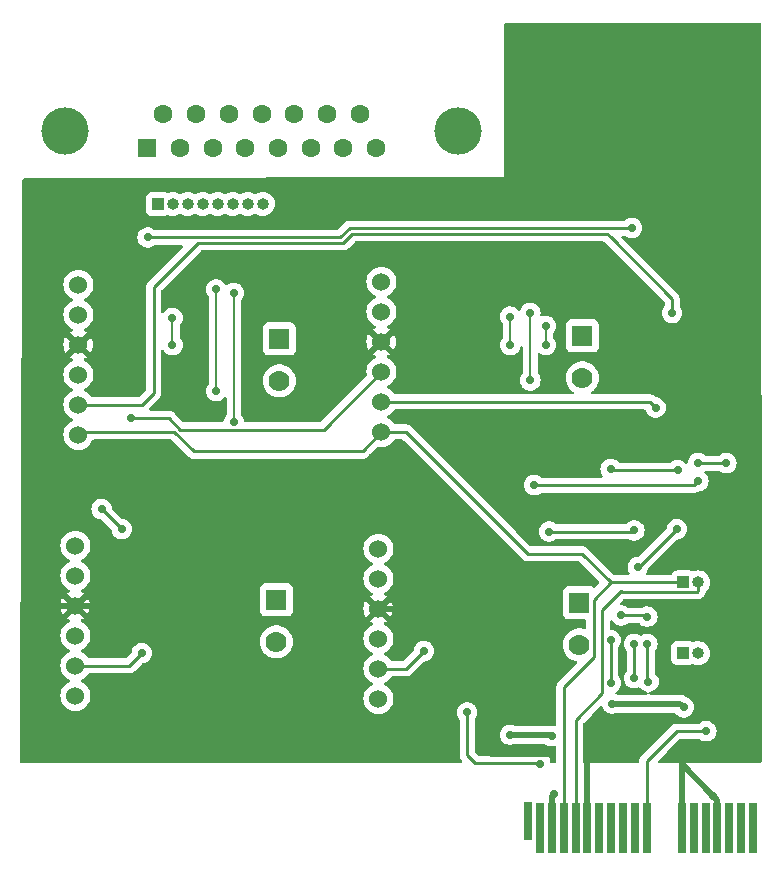
<source format=gbr>
%TF.GenerationSoftware,KiCad,Pcbnew,7.0.7*%
%TF.CreationDate,2023-09-27T20:46:26-07:00*%
%TF.ProjectId,TC-board,54432d62-6f61-4726-942e-6b696361645f,rev?*%
%TF.SameCoordinates,Original*%
%TF.FileFunction,Copper,L2,Bot*%
%TF.FilePolarity,Positive*%
%FSLAX46Y46*%
G04 Gerber Fmt 4.6, Leading zero omitted, Abs format (unit mm)*
G04 Created by KiCad (PCBNEW 7.0.7) date 2023-09-27 20:46:26*
%MOMM*%
%LPD*%
G01*
G04 APERTURE LIST*
%TA.AperFunction,ConnectorPad*%
%ADD10R,0.700000X3.200000*%
%TD*%
%TA.AperFunction,ConnectorPad*%
%ADD11R,0.700000X4.300000*%
%TD*%
%TA.AperFunction,ComponentPad*%
%ADD12C,4.000000*%
%TD*%
%TA.AperFunction,ComponentPad*%
%ADD13R,1.600000X1.600000*%
%TD*%
%TA.AperFunction,ComponentPad*%
%ADD14C,1.600000*%
%TD*%
%TA.AperFunction,ComponentPad*%
%ADD15C,1.524000*%
%TD*%
%TA.AperFunction,ComponentPad*%
%ADD16R,1.778000X1.778000*%
%TD*%
%TA.AperFunction,ComponentPad*%
%ADD17C,1.778000*%
%TD*%
%TA.AperFunction,ComponentPad*%
%ADD18R,1.000000X1.000000*%
%TD*%
%TA.AperFunction,ComponentPad*%
%ADD19O,1.000000X1.000000*%
%TD*%
%TA.AperFunction,ViaPad*%
%ADD20C,0.711200*%
%TD*%
%TA.AperFunction,Conductor*%
%ADD21C,0.508000*%
%TD*%
%TA.AperFunction,Conductor*%
%ADD22C,0.200000*%
%TD*%
%TA.AperFunction,Conductor*%
%ADD23C,0.254000*%
%TD*%
G04 APERTURE END LIST*
D10*
%TO.P,J2,A1,A1*%
%TO.N,unconnected-(J2-PadA1)*%
X145034000Y-106130000D03*
D11*
%TO.P,J2,A2,A2*%
%TO.N,unconnected-(J2-PadA2)*%
X146034000Y-106680000D03*
%TO.P,J2,A3,A3*%
%TO.N,GND*%
X147034000Y-106680000D03*
%TO.P,J2,A4,A4*%
%TO.N,/SPI1_SCK*%
X148034000Y-106680000D03*
%TO.P,J2,A5,A5*%
%TO.N,/SPI1_MISO*%
X149034000Y-106680000D03*
%TO.P,J2,A6,A6*%
%TO.N,GND*%
X150034000Y-106680000D03*
%TO.P,J2,A7,A7*%
%TO.N,unconnected-(J2-PadA7)*%
X151034000Y-106680000D03*
%TO.P,J2,A8,A8*%
%TO.N,unconnected-(J2-PadA8)*%
X152034000Y-106680000D03*
%TO.P,J2,A9,A9*%
%TO.N,unconnected-(J2-PadA9)*%
X153034000Y-106680000D03*
%TO.P,J2,A10,A10*%
%TO.N,unconnected-(J2-PadA10)*%
X154034000Y-106680000D03*
%TO.P,J2,A11,A11*%
%TO.N,/CS4*%
X155034000Y-106680000D03*
%TO.P,J2,A12,A12*%
%TO.N,GND*%
X158034000Y-106680000D03*
%TO.P,J2,A13,A13*%
%TO.N,unconnected-(J2-PadA13)*%
X159034000Y-106680000D03*
%TO.P,J2,A14,A14*%
%TO.N,unconnected-(J2-PadA14)*%
X160034000Y-106680000D03*
%TO.P,J2,A15,A15*%
%TO.N,GND*%
X161034000Y-106680000D03*
%TO.P,J2,A16,A16*%
%TO.N,unconnected-(J2-PadA16)*%
X162034000Y-106680000D03*
%TO.P,J2,A17,A17*%
%TO.N,unconnected-(J2-PadA17)*%
X163034000Y-106680000D03*
%TO.P,J2,A18,A18*%
%TO.N,unconnected-(J2-PadA18)*%
X164034000Y-106680000D03*
%TD*%
D12*
%TO.P,J1,0*%
%TO.N,N/C*%
X139098000Y-47666331D03*
X105798000Y-47666331D03*
D13*
%TO.P,J1,1,1*%
%TO.N,/TC1_T-*%
X112753000Y-49086331D03*
D14*
%TO.P,J1,2,2*%
%TO.N,/TC2_T-*%
X115523000Y-49086331D03*
%TO.P,J1,3,3*%
%TO.N,/TC3_T-*%
X118293000Y-49086331D03*
%TO.P,J1,4,4*%
%TO.N,/TC4_T-*%
X121063000Y-49086331D03*
%TO.P,J1,5,5*%
%TO.N,unconnected-(J1-Pad5)*%
X123833000Y-49086331D03*
%TO.P,J1,6,6*%
%TO.N,unconnected-(J1-Pad6)*%
X126603000Y-49086331D03*
%TO.P,J1,7,7*%
%TO.N,unconnected-(J1-Pad7)*%
X129373000Y-49086331D03*
%TO.P,J1,8,8*%
%TO.N,unconnected-(J1-Pad8)*%
X132143000Y-49086331D03*
%TO.P,J1,9,P9*%
%TO.N,/TC1_T+*%
X114138000Y-46246331D03*
%TO.P,J1,10,P10*%
%TO.N,/TC2_T+*%
X116908000Y-46246331D03*
%TO.P,J1,11,P111*%
%TO.N,/TC3_T+*%
X119678000Y-46246331D03*
%TO.P,J1,12,P12*%
%TO.N,/TC4_T+*%
X122448000Y-46246331D03*
%TO.P,J1,13,P13*%
%TO.N,unconnected-(J1-Pad13)*%
X125218000Y-46246331D03*
%TO.P,J1,14,P14*%
%TO.N,unconnected-(J1-Pad14)*%
X127988000Y-46246331D03*
%TO.P,J1,15,P15*%
%TO.N,unconnected-(J1-Pad15)*%
X130758000Y-46246331D03*
%TD*%
D15*
%TO.P,A2,1,GND*%
%TO.N,GND*%
X132587000Y-65532000D03*
D16*
%TO.P,A2,2,T-*%
%TO.N,/TC2_T-*%
X149607260Y-65023460D03*
D17*
%TO.P,A2,3,T+*%
%TO.N,/TC2_T+*%
X149607260Y-68579460D03*
D15*
%TO.P,A2,4,VIN*%
%TO.N,+3.3V*%
X132587000Y-60452000D03*
%TO.P,A2,5,SCK*%
%TO.N,/SPI1_SCK*%
X132587000Y-73152000D03*
%TO.P,A2,6,CS*%
%TO.N,/TC2_CS*%
X132587000Y-70612000D03*
%TO.P,A2,7,SDO*%
%TO.N,/SPI1_MISO*%
X132587000Y-68072000D03*
%TO.P,A2,8,3V0*%
%TO.N,unconnected-(A2-Pad8)*%
X132587000Y-62992000D03*
%TD*%
D18*
%TO.P,J3,1,Pin_1*%
%TO.N,/TC1_T-*%
X113660000Y-53848000D03*
D19*
%TO.P,J3,2,Pin_2*%
%TO.N,/TC1_T+*%
X114930000Y-53848000D03*
%TO.P,J3,3,Pin_3*%
%TO.N,/TC2_T-*%
X116200000Y-53848000D03*
%TO.P,J3,4,Pin_4*%
%TO.N,/TC2_T+*%
X117470000Y-53848000D03*
%TO.P,J3,5,Pin_5*%
%TO.N,/TC3_T-*%
X118740000Y-53848000D03*
%TO.P,J3,6,Pin_6*%
%TO.N,/TC3_T+*%
X120010000Y-53848000D03*
%TO.P,J3,7,Pin_7*%
%TO.N,/TC4_T-*%
X121280000Y-53848000D03*
%TO.P,J3,8,Pin_8*%
%TO.N,/TC4_T+*%
X122550000Y-53848000D03*
%TD*%
D18*
%TO.P,J4,1,Pin_1*%
%TO.N,/SPI0_SCK*%
X158130000Y-91900000D03*
D19*
%TO.P,J4,2,Pin_2*%
%TO.N,/SPI0_MISO*%
X159400000Y-91900000D03*
%TD*%
D15*
%TO.P,A1,1,GND*%
%TO.N,GND*%
X106933000Y-65786000D03*
D16*
%TO.P,A1,2,T-*%
%TO.N,/TC1_T-*%
X123953260Y-65277460D03*
D17*
%TO.P,A1,3,T+*%
%TO.N,/TC1_T+*%
X123953260Y-68833460D03*
D15*
%TO.P,A1,4,VIN*%
%TO.N,+3.3V*%
X106933000Y-60706000D03*
%TO.P,A1,5,SCK*%
%TO.N,/SPI1_SCK*%
X106933000Y-73406000D03*
%TO.P,A1,6,CS*%
%TO.N,/TC1_CS*%
X106933000Y-70866000D03*
%TO.P,A1,7,SDO*%
%TO.N,/SPI1_MISO*%
X106933000Y-68326000D03*
%TO.P,A1,8,3V0*%
%TO.N,unconnected-(A1-Pad8)*%
X106933000Y-63246000D03*
%TD*%
%TO.P,A3,1,GND*%
%TO.N,GND*%
X106679000Y-87884000D03*
D16*
%TO.P,A3,2,T-*%
%TO.N,/TC3_T-*%
X123699260Y-87375460D03*
D17*
%TO.P,A3,3,T+*%
%TO.N,/TC3_T+*%
X123699260Y-90931460D03*
D15*
%TO.P,A3,4,VIN*%
%TO.N,+3.3V*%
X106679000Y-82804000D03*
%TO.P,A3,5,SCK*%
%TO.N,/SPI1_SCK*%
X106679000Y-95504000D03*
%TO.P,A3,6,CS*%
%TO.N,/TC3_CS*%
X106679000Y-92964000D03*
%TO.P,A3,7,SDO*%
%TO.N,/SPI1_MISO*%
X106679000Y-90424000D03*
%TO.P,A3,8,3V0*%
%TO.N,unconnected-(A3-Pad8)*%
X106679000Y-85344000D03*
%TD*%
D18*
%TO.P,J5,1,Pin_1*%
%TO.N,/SPI1_SCK*%
X158150000Y-85900000D03*
D19*
%TO.P,J5,2,Pin_2*%
%TO.N,/SPI1_MISO*%
X159420000Y-85900000D03*
%TD*%
D15*
%TO.P,A4,1,GND*%
%TO.N,GND*%
X132333000Y-88138000D03*
D16*
%TO.P,A4,2,T-*%
%TO.N,/TC4_T-*%
X149353260Y-87629460D03*
D17*
%TO.P,A4,3,T+*%
%TO.N,/TC4_T+*%
X149353260Y-91185460D03*
D15*
%TO.P,A4,4,VIN*%
%TO.N,+3.3V*%
X132333000Y-83058000D03*
%TO.P,A4,5,SCK*%
%TO.N,/SPI0_SCK*%
X132333000Y-95758000D03*
%TO.P,A4,6,CS*%
%TO.N,/TC4_CS*%
X132333000Y-93218000D03*
%TO.P,A4,7,SDO*%
%TO.N,/SPI0_MISO*%
X132333000Y-90678000D03*
%TO.P,A4,8,3V0*%
%TO.N,unconnected-(A4-Pad8)*%
X132333000Y-85598000D03*
%TD*%
D20*
%TO.N,GND*%
X127420000Y-71470000D03*
X157440000Y-100490000D03*
X155930000Y-98790000D03*
X160678800Y-103961200D03*
X147218000Y-103838000D03*
X127370000Y-75890000D03*
X150003000Y-101053000D03*
X147050000Y-100450000D03*
%TO.N,/TC1_T+*%
X114900000Y-63500000D03*
X114900000Y-65800000D03*
%TO.N,+3.3V*%
X143480000Y-98800000D03*
X158190000Y-96480000D03*
X152140000Y-96160000D03*
X146993660Y-98903660D03*
%TO.N,/SPI1_SCK*%
X108900000Y-79700000D03*
X110600000Y-81400000D03*
%TO.N,/TC1_CS*%
X157200000Y-63100000D03*
%TO.N,/SPI1_MISO*%
X146800000Y-81600000D03*
X111400000Y-72000000D03*
X154000000Y-81500000D03*
%TO.N,/TC2_T+*%
X146500000Y-64200000D03*
X146500000Y-65800000D03*
%TO.N,/TC2_CS*%
X155800000Y-71100000D03*
%TO.N,/TC3_T-*%
X118600000Y-61100000D03*
X118600000Y-69700000D03*
%TO.N,/TC3_T+*%
X120100000Y-61400000D03*
X120100000Y-72300000D03*
%TO.N,/TC3_CS*%
X153800000Y-55900000D03*
X112800000Y-56700000D03*
X112300000Y-91900000D03*
%TO.N,/TC4_T-*%
X143500000Y-63400000D03*
X143500000Y-65800000D03*
%TO.N,/TC4_T+*%
X145200000Y-63100000D03*
X145200000Y-68800000D03*
%TO.N,/TC4_CS*%
X159420000Y-77320000D03*
X136180000Y-91700000D03*
X145530000Y-77660000D03*
%TO.N,/SPI0_MISO*%
X146034000Y-101236900D03*
X139840000Y-96910000D03*
%TO.N,/CS1*%
X152000000Y-94400000D03*
X157700000Y-76400000D03*
X152000000Y-76300000D03*
X152000000Y-90800000D03*
%TO.N,/CS2*%
X154000000Y-94000000D03*
X154000000Y-91100000D03*
X154300000Y-84600000D03*
X157600000Y-81400000D03*
%TO.N,/CS3*%
X155200000Y-94300000D03*
X155100000Y-88800000D03*
X152900000Y-88700000D03*
X155100000Y-91100000D03*
%TO.N,/CS4*%
X161800000Y-75800000D03*
X160100000Y-98500000D03*
X159400000Y-75800000D03*
%TD*%
D21*
%TO.N,GND*%
X150034000Y-101084000D02*
X150003000Y-101053000D01*
X128085000Y-83890000D02*
X132333000Y-88138000D01*
X134298000Y-88138000D02*
X132333000Y-88138000D01*
X147034000Y-104022000D02*
X147218000Y-103838000D01*
X118620000Y-83890000D02*
X127680000Y-83890000D01*
X152266000Y-98790000D02*
X150003000Y-101053000D01*
X161034000Y-104316400D02*
X160678800Y-103961200D01*
X141850000Y-100450000D02*
X141360000Y-99960000D01*
X127420000Y-70699000D02*
X127420000Y-71470000D01*
X158034000Y-101084000D02*
X157440000Y-100490000D01*
X147050000Y-100450000D02*
X141850000Y-100450000D01*
X106933000Y-65786000D02*
X103910000Y-68809000D01*
X158034000Y-101316400D02*
X158034000Y-101084000D01*
X127680000Y-83890000D02*
X128085000Y-83890000D01*
X158034000Y-106680000D02*
X158034000Y-101084000D01*
X160678800Y-103961200D02*
X158034000Y-101316400D01*
X161034000Y-106680000D02*
X161034000Y-104316400D01*
X141360000Y-95200000D02*
X134298000Y-88138000D01*
X127370000Y-83580000D02*
X127680000Y-83890000D01*
X106679000Y-87884000D02*
X114626000Y-87884000D01*
X127370000Y-75890000D02*
X127370000Y-83580000D01*
X103910000Y-87110000D02*
X104684000Y-87884000D01*
X141360000Y-99960000D02*
X141360000Y-95200000D01*
X103910000Y-68809000D02*
X103910000Y-87110000D01*
X104684000Y-87884000D02*
X106679000Y-87884000D01*
X132587000Y-65532000D02*
X127420000Y-70699000D01*
X155930000Y-98790000D02*
X152266000Y-98790000D01*
X114626000Y-87884000D02*
X118620000Y-83890000D01*
X147034000Y-106680000D02*
X147034000Y-104022000D01*
X150034000Y-106680000D02*
X150034000Y-101084000D01*
D22*
%TO.N,/TC1_T+*%
X114900000Y-63500000D02*
X114900000Y-65800000D01*
D21*
%TO.N,+3.3V*%
X143480000Y-98800000D02*
X146890000Y-98800000D01*
X146890000Y-98800000D02*
X146993660Y-98903660D01*
X157870000Y-96160000D02*
X158190000Y-96480000D01*
X152140000Y-96160000D02*
X157870000Y-96160000D01*
D23*
%TO.N,/SPI1_SCK*%
X116700000Y-74800000D02*
X115052000Y-73152000D01*
X144960000Y-83460000D02*
X149560000Y-83460000D01*
X132587000Y-73152000D02*
X134652000Y-73152000D01*
X158150000Y-85900000D02*
X152000000Y-85900000D01*
X149560000Y-83460000D02*
X152000000Y-85900000D01*
X131000000Y-74800000D02*
X131000000Y-74739000D01*
X131000000Y-74739000D02*
X132587000Y-73152000D01*
X115052000Y-73152000D02*
X107187000Y-73152000D01*
X148034000Y-94766000D02*
X148034000Y-106680000D01*
X152000000Y-85900000D02*
X150547060Y-87352940D01*
X116700000Y-74800000D02*
X131000000Y-74800000D01*
X150547060Y-92252940D02*
X148034000Y-94766000D01*
X107187000Y-73152000D02*
X106933000Y-73406000D01*
X108900000Y-79700000D02*
X110600000Y-81400000D01*
X150547060Y-87352940D02*
X150547060Y-92252940D01*
X134652000Y-73152000D02*
X144960000Y-83460000D01*
%TO.N,/TC1_CS*%
X130100000Y-56400000D02*
X151700000Y-56400000D01*
X152000000Y-56700000D02*
X157200000Y-61900000D01*
X151700000Y-56400000D02*
X152000000Y-56700000D01*
X157200000Y-61900000D02*
X157200000Y-63100000D01*
X113300000Y-64166053D02*
X113300000Y-60900000D01*
X113300000Y-69900000D02*
X113300000Y-64166053D01*
X129368200Y-57131800D02*
X130100000Y-56400000D01*
X106933000Y-70866000D02*
X112334000Y-70866000D01*
X113300000Y-60900000D02*
X117068200Y-57131800D01*
X112334000Y-70866000D02*
X113300000Y-69900000D01*
X117068200Y-57131800D02*
X129368200Y-57131800D01*
%TO.N,/SPI1_MISO*%
X149034000Y-97566000D02*
X149034000Y-106680000D01*
X114600000Y-72000000D02*
X111400000Y-72000000D01*
X146800000Y-81600000D02*
X153900000Y-81600000D01*
X151300000Y-95300000D02*
X149034000Y-97566000D01*
X159420000Y-86607106D02*
X159322306Y-86704800D01*
X127698600Y-72960400D02*
X115560400Y-72960400D01*
X152900000Y-86600000D02*
X151300000Y-88200000D01*
X151300000Y-88200000D02*
X151300000Y-95300000D01*
X153900000Y-81600000D02*
X154000000Y-81500000D01*
X115560400Y-72960400D02*
X114600000Y-72000000D01*
X159322306Y-86704800D02*
X153004800Y-86704800D01*
X159420000Y-85900000D02*
X159420000Y-86607106D01*
X153004800Y-86704800D02*
X152900000Y-86600000D01*
X132587000Y-68072000D02*
X127698600Y-72960400D01*
D22*
%TO.N,/TC2_T+*%
X146500000Y-64200000D02*
X146500000Y-65800000D01*
D23*
%TO.N,/TC2_CS*%
X132587000Y-70612000D02*
X155312000Y-70612000D01*
X155312000Y-70612000D02*
X155800000Y-71100000D01*
D22*
%TO.N,/TC3_T-*%
X118600000Y-61100000D02*
X118600000Y-69700000D01*
%TO.N,/TC3_T+*%
X120100000Y-61400000D02*
X120100000Y-72300000D01*
D23*
%TO.N,/TC3_CS*%
X129900000Y-55900000D02*
X153800000Y-55900000D01*
X112800000Y-56700000D02*
X129100000Y-56700000D01*
X129100000Y-56700000D02*
X129900000Y-55900000D01*
X111236000Y-92964000D02*
X112300000Y-91900000D01*
X106679000Y-92964000D02*
X111236000Y-92964000D01*
D22*
%TO.N,/TC4_T-*%
X143500000Y-63400000D02*
X143500000Y-65800000D01*
%TO.N,/TC4_T+*%
X145200000Y-63100000D02*
X145200000Y-68800000D01*
D23*
%TO.N,/TC4_CS*%
X159080000Y-77660000D02*
X159420000Y-77320000D01*
X134662000Y-93218000D02*
X136180000Y-91700000D01*
X145530000Y-77660000D02*
X159080000Y-77660000D01*
X132333000Y-93218000D02*
X134662000Y-93218000D01*
%TO.N,/SPI0_MISO*%
X140519000Y-101219000D02*
X146016100Y-101219000D01*
X139840000Y-96910000D02*
X139840000Y-100540000D01*
X146016100Y-101219000D02*
X146034000Y-101236900D01*
X139840000Y-100540000D02*
X140519000Y-101219000D01*
%TO.N,/CS1*%
X157700000Y-76400000D02*
X152100000Y-76400000D01*
X152100000Y-76400000D02*
X152000000Y-76300000D01*
X152000000Y-90800000D02*
X152000000Y-94400000D01*
%TO.N,/CS2*%
X157600000Y-81400000D02*
X154400000Y-84600000D01*
X154400000Y-84600000D02*
X154300000Y-84600000D01*
X154000000Y-91100000D02*
X154000000Y-94000000D01*
%TO.N,/CS3*%
X155000000Y-88700000D02*
X155100000Y-88800000D01*
X155100000Y-94200000D02*
X155200000Y-94300000D01*
X152900000Y-88700000D02*
X155000000Y-88700000D01*
X155100000Y-91100000D02*
X155100000Y-94200000D01*
%TO.N,/CS4*%
X160100000Y-98500000D02*
X157600000Y-98500000D01*
X159400000Y-75800000D02*
X161800000Y-75800000D01*
X157600000Y-98500000D02*
X155034000Y-101066000D01*
X155034000Y-101066000D02*
X155034000Y-106680000D01*
%TD*%
%TA.AperFunction,Conductor*%
%TO.N,GND*%
G36*
X164643236Y-38519685D02*
G01*
X164688991Y-38572489D01*
X164700197Y-38623802D01*
X164799724Y-101027815D01*
X164780146Y-101094886D01*
X164727415Y-101140725D01*
X164697630Y-101150063D01*
X164673633Y-101154370D01*
X164664758Y-101155270D01*
X164664780Y-101155442D01*
X164658733Y-101156186D01*
X164644146Y-101159459D01*
X164639627Y-101160474D01*
X164624821Y-101163131D01*
X164595207Y-101168447D01*
X164592178Y-101169636D01*
X164591366Y-101169884D01*
X164590007Y-101170487D01*
X164588612Y-101171034D01*
X164587855Y-101171442D01*
X164584884Y-101172758D01*
X164584882Y-101172759D01*
X164584883Y-101172759D01*
X164578301Y-101177392D01*
X164512154Y-101199889D01*
X164506919Y-101200000D01*
X156098094Y-101200000D01*
X156031055Y-101180315D01*
X155985300Y-101127511D01*
X155975356Y-101058353D01*
X156004381Y-100994797D01*
X156010413Y-100988319D01*
X156773328Y-100225405D01*
X157826913Y-99171819D01*
X157888237Y-99138334D01*
X157914595Y-99135500D01*
X159464305Y-99135500D01*
X159531344Y-99155185D01*
X159537190Y-99159182D01*
X159665565Y-99252452D01*
X159665566Y-99252452D01*
X159665570Y-99252455D01*
X159764848Y-99296656D01*
X159831501Y-99326333D01*
X159831507Y-99326335D01*
X160009179Y-99364100D01*
X160009180Y-99364100D01*
X160190819Y-99364100D01*
X160190821Y-99364100D01*
X160368493Y-99326335D01*
X160368495Y-99326333D01*
X160368498Y-99326333D01*
X160403607Y-99310701D01*
X160534430Y-99252455D01*
X160681381Y-99145689D01*
X160688004Y-99138334D01*
X160707714Y-99116443D01*
X160802923Y-99010703D01*
X160893743Y-98853397D01*
X160949873Y-98680646D01*
X160968860Y-98500000D01*
X160949873Y-98319354D01*
X160893743Y-98146603D01*
X160888793Y-98138030D01*
X160849274Y-98069580D01*
X160802923Y-97989297D01*
X160742844Y-97922572D01*
X160681386Y-97854315D01*
X160681379Y-97854309D01*
X160534434Y-97747547D01*
X160534431Y-97747545D01*
X160534430Y-97747545D01*
X160490227Y-97727864D01*
X160368498Y-97673666D01*
X160368492Y-97673664D01*
X160228584Y-97643926D01*
X160190821Y-97635900D01*
X160009179Y-97635900D01*
X159978034Y-97642519D01*
X159831507Y-97673664D01*
X159831501Y-97673666D01*
X159665570Y-97747545D01*
X159665565Y-97747547D01*
X159537190Y-97840818D01*
X159471384Y-97864298D01*
X159464305Y-97864500D01*
X157683847Y-97864500D01*
X157668067Y-97862758D01*
X157668042Y-97863026D01*
X157660281Y-97862292D01*
X157590015Y-97864500D01*
X157560013Y-97864500D01*
X157552973Y-97865388D01*
X157547160Y-97865845D01*
X157499800Y-97867334D01*
X157499794Y-97867335D01*
X157480093Y-97873058D01*
X157461054Y-97877000D01*
X157440711Y-97879571D01*
X157440703Y-97879572D01*
X157440701Y-97879573D01*
X157440699Y-97879573D01*
X157440693Y-97879575D01*
X157396645Y-97897014D01*
X157391122Y-97898905D01*
X157345609Y-97912130D01*
X157345607Y-97912130D01*
X157345607Y-97912131D01*
X157327948Y-97922573D01*
X157310483Y-97931129D01*
X157291415Y-97938678D01*
X157291414Y-97938679D01*
X157253070Y-97966537D01*
X157248188Y-97969743D01*
X157207398Y-97993868D01*
X157192902Y-98008364D01*
X157178112Y-98020996D01*
X157161515Y-98033054D01*
X157161513Y-98033057D01*
X157131297Y-98069580D01*
X157127365Y-98073901D01*
X154643921Y-100557344D01*
X154631531Y-100567272D01*
X154631702Y-100567479D01*
X154625696Y-100572447D01*
X154615317Y-100583500D01*
X154577573Y-100623693D01*
X154570503Y-100630763D01*
X154556365Y-100644900D01*
X154556363Y-100644902D01*
X154552008Y-100650516D01*
X154548218Y-100654953D01*
X154515782Y-100689494D01*
X154515781Y-100689496D01*
X154505900Y-100707468D01*
X154495225Y-100723719D01*
X154482652Y-100739929D01*
X154482649Y-100739933D01*
X154463827Y-100783428D01*
X154461257Y-100788674D01*
X154438430Y-100830197D01*
X154433329Y-100850064D01*
X154427030Y-100868462D01*
X154418884Y-100887287D01*
X154418881Y-100887296D01*
X154411469Y-100934098D01*
X154410284Y-100939820D01*
X154398500Y-100985711D01*
X154398500Y-101006225D01*
X154396973Y-101025624D01*
X154393765Y-101045877D01*
X154393764Y-101045879D01*
X154395509Y-101064332D01*
X154382220Y-101132926D01*
X154333955Y-101183447D01*
X154272059Y-101200000D01*
X149793500Y-101200000D01*
X149726461Y-101180315D01*
X149680706Y-101127511D01*
X149669500Y-101076000D01*
X149669500Y-97880594D01*
X149689185Y-97813555D01*
X149705819Y-97792913D01*
X150408086Y-97090646D01*
X151114664Y-96384067D01*
X151175985Y-96350584D01*
X151245677Y-96355568D01*
X151301610Y-96397440D01*
X151320274Y-96433431D01*
X151346258Y-96513400D01*
X151383431Y-96577785D01*
X151437077Y-96670703D01*
X151465653Y-96702440D01*
X151558613Y-96805684D01*
X151558620Y-96805690D01*
X151705565Y-96912452D01*
X151705566Y-96912452D01*
X151705570Y-96912455D01*
X151772345Y-96942185D01*
X151871501Y-96986333D01*
X151871507Y-96986335D01*
X152049179Y-97024100D01*
X152049180Y-97024100D01*
X152230819Y-97024100D01*
X152230821Y-97024100D01*
X152408493Y-96986335D01*
X152527792Y-96933219D01*
X152578226Y-96922500D01*
X157376108Y-96922500D01*
X157443147Y-96942185D01*
X157483494Y-96984497D01*
X157487077Y-96990703D01*
X157608613Y-97125684D01*
X157608620Y-97125690D01*
X157755565Y-97232452D01*
X157755566Y-97232452D01*
X157755570Y-97232455D01*
X157825074Y-97263400D01*
X157921501Y-97306333D01*
X157921507Y-97306335D01*
X158099179Y-97344100D01*
X158099180Y-97344100D01*
X158280819Y-97344100D01*
X158280821Y-97344100D01*
X158458493Y-97306335D01*
X158458495Y-97306333D01*
X158458498Y-97306333D01*
X158480949Y-97296336D01*
X158624430Y-97232455D01*
X158771381Y-97125689D01*
X158892923Y-96990703D01*
X158983743Y-96833397D01*
X159039873Y-96660646D01*
X159058860Y-96480000D01*
X159039873Y-96299354D01*
X158983743Y-96126603D01*
X158958953Y-96083666D01*
X158898792Y-95979463D01*
X158892923Y-95969297D01*
X158845318Y-95916426D01*
X158771386Y-95834315D01*
X158771379Y-95834309D01*
X158624435Y-95727548D01*
X158624432Y-95727546D01*
X158624430Y-95727545D01*
X158462308Y-95655363D01*
X158433042Y-95637075D01*
X158387698Y-95599027D01*
X158383709Y-95595371D01*
X158377766Y-95589428D01*
X158351620Y-95568754D01*
X158291853Y-95518604D01*
X158285820Y-95514636D01*
X158285843Y-95514600D01*
X158279193Y-95510363D01*
X158279172Y-95510399D01*
X158273022Y-95506606D01*
X158267438Y-95504002D01*
X158202294Y-95473625D01*
X158132566Y-95438606D01*
X158132565Y-95438605D01*
X158132562Y-95438604D01*
X158125781Y-95436136D01*
X158125794Y-95436097D01*
X158118340Y-95433506D01*
X158118327Y-95433546D01*
X158111472Y-95431274D01*
X158035065Y-95415498D01*
X157959123Y-95397500D01*
X157959121Y-95397500D01*
X157959117Y-95397499D01*
X157951948Y-95396661D01*
X157951952Y-95396619D01*
X157944106Y-95395818D01*
X157944103Y-95395860D01*
X157936913Y-95395230D01*
X157858924Y-95397500D01*
X155372540Y-95397500D01*
X155305501Y-95377815D01*
X155259746Y-95325011D01*
X155249802Y-95255853D01*
X155278827Y-95192297D01*
X155337605Y-95154523D01*
X155346755Y-95152210D01*
X155468493Y-95126335D01*
X155468495Y-95126333D01*
X155468498Y-95126333D01*
X155490949Y-95116336D01*
X155634430Y-95052455D01*
X155781381Y-94945689D01*
X155902923Y-94810703D01*
X155993743Y-94653397D01*
X156049873Y-94480646D01*
X156068860Y-94300000D01*
X156049873Y-94119354D01*
X155993743Y-93946603D01*
X155902923Y-93789297D01*
X155781381Y-93654311D01*
X155781380Y-93654311D01*
X155776552Y-93649963D01*
X155778352Y-93647963D01*
X155743279Y-93601024D01*
X155735500Y-93557795D01*
X155735500Y-92448654D01*
X157121500Y-92448654D01*
X157128011Y-92509202D01*
X157128011Y-92509204D01*
X157162034Y-92600419D01*
X157179111Y-92646204D01*
X157266739Y-92763261D01*
X157383796Y-92850889D01*
X157498949Y-92893839D01*
X157520793Y-92901987D01*
X157520799Y-92901989D01*
X157548050Y-92904918D01*
X157581345Y-92908499D01*
X157581362Y-92908500D01*
X158678638Y-92908500D01*
X158678654Y-92908499D01*
X158705692Y-92905591D01*
X158739201Y-92901989D01*
X158739205Y-92901987D01*
X158739207Y-92901987D01*
X158876199Y-92850891D01*
X158876201Y-92850890D01*
X158876200Y-92850890D01*
X158876204Y-92850889D01*
X158881098Y-92847225D01*
X158946560Y-92822807D01*
X159005929Y-92835441D01*
X159006564Y-92833909D01*
X159012185Y-92836237D01*
X159012193Y-92836239D01*
X159012196Y-92836241D01*
X159202299Y-92893908D01*
X159202298Y-92893908D01*
X159220024Y-92895653D01*
X159400000Y-92913380D01*
X159597701Y-92893908D01*
X159787804Y-92836241D01*
X159787812Y-92836237D01*
X159962998Y-92742598D01*
X159963004Y-92742595D01*
X160116568Y-92616568D01*
X160242595Y-92463004D01*
X160316003Y-92325666D01*
X160336239Y-92287808D01*
X160336239Y-92287807D01*
X160336241Y-92287804D01*
X160393908Y-92097701D01*
X160413380Y-91900000D01*
X160393908Y-91702299D01*
X160336241Y-91512196D01*
X160336239Y-91512193D01*
X160336239Y-91512191D01*
X160242598Y-91337001D01*
X160242594Y-91336994D01*
X160116568Y-91183431D01*
X159963005Y-91057405D01*
X159962998Y-91057401D01*
X159787808Y-90963760D01*
X159641410Y-90919351D01*
X159597701Y-90906092D01*
X159597699Y-90906091D01*
X159597701Y-90906091D01*
X159400000Y-90886620D01*
X159202302Y-90906091D01*
X159202298Y-90906092D01*
X159202299Y-90906092D01*
X159012196Y-90963759D01*
X159012194Y-90963759D01*
X159012184Y-90963763D01*
X159006565Y-90966091D01*
X159005916Y-90964524D01*
X158945452Y-90977108D01*
X158881101Y-90952776D01*
X158876207Y-90949112D01*
X158876206Y-90949111D01*
X158739203Y-90898011D01*
X158678654Y-90891500D01*
X158678638Y-90891500D01*
X157581362Y-90891500D01*
X157581345Y-90891500D01*
X157520797Y-90898011D01*
X157520795Y-90898011D01*
X157383795Y-90949111D01*
X157266739Y-91036739D01*
X157179111Y-91153795D01*
X157128011Y-91290795D01*
X157128011Y-91290797D01*
X157121500Y-91351345D01*
X157121500Y-92448654D01*
X155735500Y-92448654D01*
X155735500Y-91733182D01*
X155755185Y-91666143D01*
X155767351Y-91650209D01*
X155802923Y-91610703D01*
X155893743Y-91453397D01*
X155949873Y-91280646D01*
X155968860Y-91100000D01*
X155949873Y-90919354D01*
X155893743Y-90746603D01*
X155884236Y-90730137D01*
X155835350Y-90645463D01*
X155802923Y-90589297D01*
X155755318Y-90536426D01*
X155681386Y-90454315D01*
X155681379Y-90454309D01*
X155534434Y-90347547D01*
X155534431Y-90347545D01*
X155534430Y-90347545D01*
X155481898Y-90324156D01*
X155368498Y-90273666D01*
X155368492Y-90273664D01*
X155218597Y-90241804D01*
X155190821Y-90235900D01*
X155009179Y-90235900D01*
X154981403Y-90241804D01*
X154831507Y-90273664D01*
X154831501Y-90273666D01*
X154665570Y-90347545D01*
X154665566Y-90347547D01*
X154622884Y-90378557D01*
X154557077Y-90402036D01*
X154489024Y-90386210D01*
X154477116Y-90378557D01*
X154434433Y-90347547D01*
X154434432Y-90347546D01*
X154434430Y-90347545D01*
X154381898Y-90324156D01*
X154268498Y-90273666D01*
X154268492Y-90273664D01*
X154118597Y-90241804D01*
X154090821Y-90235900D01*
X153909179Y-90235900D01*
X153881403Y-90241804D01*
X153731507Y-90273664D01*
X153731501Y-90273666D01*
X153565570Y-90347545D01*
X153565565Y-90347547D01*
X153418620Y-90454309D01*
X153418613Y-90454315D01*
X153297076Y-90589298D01*
X153206258Y-90746599D01*
X153206257Y-90746601D01*
X153150128Y-90919349D01*
X153150127Y-90919351D01*
X153131140Y-91100000D01*
X153150127Y-91280648D01*
X153150128Y-91280650D01*
X153206257Y-91453398D01*
X153206258Y-91453400D01*
X153231884Y-91497785D01*
X153297077Y-91610703D01*
X153332649Y-91650209D01*
X153362879Y-91713200D01*
X153364500Y-91733182D01*
X153364500Y-93366817D01*
X153344815Y-93433856D01*
X153332650Y-93449789D01*
X153297076Y-93489298D01*
X153206258Y-93646599D01*
X153206257Y-93646601D01*
X153150128Y-93819349D01*
X153150127Y-93819351D01*
X153131140Y-94000000D01*
X153150127Y-94180648D01*
X153150128Y-94180650D01*
X153206257Y-94353398D01*
X153206258Y-94353400D01*
X153244788Y-94420135D01*
X153297077Y-94510703D01*
X153332518Y-94550064D01*
X153418613Y-94645684D01*
X153418620Y-94645690D01*
X153565565Y-94752452D01*
X153565566Y-94752452D01*
X153565570Y-94752455D01*
X153656768Y-94793059D01*
X153731501Y-94826333D01*
X153731507Y-94826335D01*
X153909179Y-94864100D01*
X153909180Y-94864100D01*
X154090819Y-94864100D01*
X154090821Y-94864100D01*
X154268493Y-94826335D01*
X154268495Y-94826333D01*
X154268498Y-94826333D01*
X154359408Y-94785857D01*
X154428658Y-94776572D01*
X154491935Y-94806200D01*
X154501994Y-94816164D01*
X154618613Y-94945684D01*
X154618620Y-94945690D01*
X154765565Y-95052452D01*
X154765566Y-95052452D01*
X154765570Y-95052455D01*
X154864848Y-95096656D01*
X154931501Y-95126333D01*
X154931507Y-95126335D01*
X155053241Y-95152210D01*
X155114723Y-95185402D01*
X155148499Y-95246565D01*
X155143847Y-95316280D01*
X155102242Y-95372412D01*
X155036895Y-95397141D01*
X155027460Y-95397500D01*
X152578226Y-95397500D01*
X152527789Y-95386779D01*
X152466133Y-95359327D01*
X152412897Y-95314076D01*
X152392576Y-95247227D01*
X152411622Y-95180003D01*
X152443682Y-95145732D01*
X152581381Y-95045689D01*
X152589415Y-95036767D01*
X152610315Y-95013554D01*
X152702923Y-94910703D01*
X152793743Y-94753397D01*
X152849873Y-94580646D01*
X152868860Y-94400000D01*
X152849873Y-94219354D01*
X152793743Y-94046603D01*
X152702923Y-93889297D01*
X152667350Y-93849789D01*
X152637120Y-93786797D01*
X152635500Y-93766817D01*
X152635500Y-91433182D01*
X152655185Y-91366143D01*
X152667351Y-91350209D01*
X152670600Y-91346601D01*
X152702923Y-91310703D01*
X152793743Y-91153397D01*
X152849873Y-90980646D01*
X152868860Y-90800000D01*
X152849873Y-90619354D01*
X152793743Y-90446603D01*
X152780694Y-90424002D01*
X152736552Y-90347545D01*
X152702923Y-90289297D01*
X152654844Y-90235900D01*
X152581386Y-90154315D01*
X152581379Y-90154309D01*
X152434434Y-90047547D01*
X152434431Y-90047545D01*
X152434430Y-90047545D01*
X152390227Y-90027864D01*
X152268498Y-89973666D01*
X152268492Y-89973664D01*
X152128584Y-89943926D01*
X152090821Y-89935900D01*
X152090820Y-89935900D01*
X152059500Y-89935900D01*
X151992461Y-89916215D01*
X151946706Y-89863411D01*
X151935500Y-89811900D01*
X151935500Y-89220412D01*
X151955185Y-89153373D01*
X152007989Y-89107618D01*
X152077147Y-89097674D01*
X152140703Y-89126699D01*
X152166886Y-89158411D01*
X152184974Y-89189740D01*
X152197077Y-89210703D01*
X152318613Y-89345684D01*
X152318620Y-89345690D01*
X152465565Y-89452452D01*
X152465566Y-89452452D01*
X152465570Y-89452455D01*
X152564848Y-89496656D01*
X152631501Y-89526333D01*
X152631507Y-89526335D01*
X152809179Y-89564100D01*
X152809180Y-89564100D01*
X152990819Y-89564100D01*
X152990821Y-89564100D01*
X153168493Y-89526335D01*
X153168495Y-89526333D01*
X153168498Y-89526333D01*
X153192398Y-89515692D01*
X153334430Y-89452455D01*
X153358936Y-89434650D01*
X153462810Y-89359182D01*
X153528616Y-89335702D01*
X153535695Y-89335500D01*
X154364196Y-89335500D01*
X154431235Y-89355185D01*
X154456346Y-89376528D01*
X154518619Y-89445689D01*
X154665565Y-89552452D01*
X154665566Y-89552452D01*
X154665570Y-89552455D01*
X154764848Y-89596656D01*
X154831501Y-89626333D01*
X154831507Y-89626335D01*
X155009179Y-89664100D01*
X155009180Y-89664100D01*
X155190819Y-89664100D01*
X155190821Y-89664100D01*
X155368493Y-89626335D01*
X155368495Y-89626333D01*
X155368498Y-89626333D01*
X155390949Y-89616336D01*
X155534430Y-89552455D01*
X155681381Y-89445689D01*
X155802923Y-89310703D01*
X155893743Y-89153397D01*
X155949873Y-88980646D01*
X155968860Y-88800000D01*
X155949873Y-88619354D01*
X155893743Y-88446603D01*
X155872334Y-88409522D01*
X155842580Y-88357986D01*
X155802923Y-88289297D01*
X155740421Y-88219881D01*
X155681386Y-88154315D01*
X155681379Y-88154309D01*
X155534434Y-88047547D01*
X155534431Y-88047545D01*
X155534430Y-88047545D01*
X155472361Y-88019910D01*
X155368498Y-87973666D01*
X155368492Y-87973664D01*
X155228584Y-87943926D01*
X155190821Y-87935900D01*
X155009179Y-87935900D01*
X154978034Y-87942519D01*
X154831507Y-87973664D01*
X154831505Y-87973665D01*
X154665571Y-88047543D01*
X154664981Y-88047885D01*
X154664540Y-88048003D01*
X154659633Y-88050188D01*
X154659286Y-88049410D01*
X154602977Y-88064500D01*
X153535695Y-88064500D01*
X153468656Y-88044815D01*
X153462810Y-88040818D01*
X153334434Y-87947547D01*
X153334431Y-87947545D01*
X153334430Y-87947545D01*
X153268123Y-87918023D01*
X153168498Y-87873666D01*
X153168492Y-87873664D01*
X153028584Y-87843926D01*
X152990821Y-87835900D01*
X152862194Y-87835900D01*
X152795155Y-87816215D01*
X152749400Y-87763411D01*
X152739456Y-87694253D01*
X152768481Y-87630697D01*
X152774513Y-87624219D01*
X153022114Y-87376619D01*
X153083437Y-87343134D01*
X153109795Y-87340300D01*
X159238459Y-87340300D01*
X159254238Y-87342041D01*
X159254264Y-87341774D01*
X159262017Y-87342506D01*
X159262025Y-87342508D01*
X159332291Y-87340300D01*
X159362289Y-87340300D01*
X159369319Y-87339411D01*
X159375142Y-87338953D01*
X159422511Y-87337465D01*
X159442212Y-87331740D01*
X159461257Y-87327797D01*
X159481605Y-87325227D01*
X159525699Y-87307768D01*
X159531162Y-87305898D01*
X159576699Y-87292669D01*
X159594360Y-87282223D01*
X159611818Y-87273671D01*
X159630894Y-87266119D01*
X159669234Y-87238262D01*
X159674106Y-87235061D01*
X159714904Y-87210934D01*
X159729400Y-87196437D01*
X159744198Y-87183798D01*
X159760793Y-87171742D01*
X159791013Y-87135210D01*
X159794927Y-87130909D01*
X159810072Y-87115764D01*
X159822461Y-87105841D01*
X159822289Y-87105634D01*
X159828298Y-87100661D01*
X159828303Y-87100659D01*
X159876441Y-87049396D01*
X159897638Y-87028200D01*
X159901979Y-87022603D01*
X159905774Y-87018160D01*
X159938217Y-86983612D01*
X159948102Y-86965630D01*
X159958773Y-86949384D01*
X159971349Y-86933173D01*
X159990172Y-86889673D01*
X159992740Y-86884434D01*
X159999738Y-86871705D01*
X160015569Y-86842909D01*
X160020670Y-86823037D01*
X160026973Y-86804632D01*
X160035117Y-86785814D01*
X160042531Y-86738998D01*
X160043709Y-86733304D01*
X160046810Y-86721227D01*
X160082553Y-86661194D01*
X160088234Y-86656234D01*
X160136568Y-86616568D01*
X160136569Y-86616566D01*
X160136571Y-86616565D01*
X160262594Y-86463005D01*
X160262598Y-86462998D01*
X160302790Y-86387805D01*
X160356241Y-86287804D01*
X160413908Y-86097701D01*
X160433380Y-85900000D01*
X160413908Y-85702299D01*
X160356241Y-85512196D01*
X160356239Y-85512193D01*
X160356239Y-85512191D01*
X160262598Y-85337001D01*
X160262594Y-85336994D01*
X160136568Y-85183431D01*
X159983005Y-85057405D01*
X159982998Y-85057401D01*
X159807808Y-84963760D01*
X159712752Y-84934925D01*
X159617701Y-84906092D01*
X159617699Y-84906091D01*
X159617701Y-84906091D01*
X159420000Y-84886620D01*
X159222302Y-84906091D01*
X159222298Y-84906092D01*
X159222299Y-84906092D01*
X159032196Y-84963759D01*
X159032194Y-84963759D01*
X159032184Y-84963763D01*
X159026565Y-84966091D01*
X159025916Y-84964524D01*
X158965452Y-84977108D01*
X158901101Y-84952776D01*
X158896207Y-84949112D01*
X158896206Y-84949111D01*
X158759203Y-84898011D01*
X158698654Y-84891500D01*
X158698638Y-84891500D01*
X157601362Y-84891500D01*
X157601345Y-84891500D01*
X157540797Y-84898011D01*
X157540795Y-84898011D01*
X157403795Y-84949111D01*
X157286739Y-85036739D01*
X157199110Y-85153796D01*
X157187907Y-85183834D01*
X157146036Y-85239768D01*
X157080571Y-85264184D01*
X157071726Y-85264500D01*
X155128903Y-85264500D01*
X155061864Y-85244815D01*
X155016109Y-85192011D01*
X155006165Y-85122853D01*
X155021516Y-85078500D01*
X155074244Y-84987170D01*
X155093743Y-84953397D01*
X155149873Y-84780646D01*
X155149874Y-84780633D01*
X155150816Y-84776206D01*
X155184008Y-84714724D01*
X155184214Y-84714516D01*
X157598312Y-82300419D01*
X157659636Y-82266934D01*
X157685994Y-82264100D01*
X157690819Y-82264100D01*
X157690821Y-82264100D01*
X157868493Y-82226335D01*
X157868495Y-82226333D01*
X157868498Y-82226333D01*
X157890949Y-82216336D01*
X158034430Y-82152455D01*
X158181381Y-82045689D01*
X158302923Y-81910703D01*
X158393743Y-81753397D01*
X158449873Y-81580646D01*
X158468860Y-81400000D01*
X158449873Y-81219354D01*
X158393743Y-81046603D01*
X158302923Y-80889297D01*
X158255318Y-80836426D01*
X158181386Y-80754315D01*
X158181379Y-80754309D01*
X158034434Y-80647547D01*
X158034431Y-80647545D01*
X158034430Y-80647545D01*
X157990227Y-80627864D01*
X157868498Y-80573666D01*
X157868492Y-80573664D01*
X157728584Y-80543926D01*
X157690821Y-80535900D01*
X157509179Y-80535900D01*
X157478034Y-80542519D01*
X157331507Y-80573664D01*
X157331501Y-80573666D01*
X157165570Y-80647545D01*
X157165565Y-80647547D01*
X157018620Y-80754309D01*
X157018613Y-80754315D01*
X156897076Y-80889298D01*
X156806258Y-81046599D01*
X156806257Y-81046601D01*
X156750128Y-81219349D01*
X156750127Y-81219351D01*
X156739238Y-81322949D01*
X156712652Y-81387563D01*
X156703598Y-81397667D01*
X154401686Y-83699581D01*
X154340363Y-83733066D01*
X154314005Y-83735900D01*
X154209179Y-83735900D01*
X154178034Y-83742519D01*
X154031507Y-83773664D01*
X154031501Y-83773666D01*
X153865570Y-83847545D01*
X153865565Y-83847547D01*
X153718620Y-83954309D01*
X153718613Y-83954315D01*
X153597076Y-84089298D01*
X153506258Y-84246599D01*
X153506257Y-84246601D01*
X153450128Y-84419349D01*
X153450127Y-84419351D01*
X153431140Y-84600000D01*
X153450127Y-84780648D01*
X153450128Y-84780650D01*
X153506257Y-84953398D01*
X153506258Y-84953400D01*
X153578484Y-85078500D01*
X153594957Y-85146401D01*
X153572104Y-85212427D01*
X153517183Y-85255618D01*
X153471097Y-85264500D01*
X152314594Y-85264500D01*
X152247555Y-85244815D01*
X152226913Y-85228181D01*
X150068658Y-83069925D01*
X150058732Y-83057535D01*
X150058525Y-83057707D01*
X150053552Y-83051696D01*
X150002306Y-83003573D01*
X149981097Y-82982363D01*
X149975492Y-82978015D01*
X149971046Y-82974218D01*
X149936509Y-82941785D01*
X149936501Y-82941780D01*
X149918540Y-82931906D01*
X149902274Y-82921222D01*
X149886064Y-82908648D01*
X149842571Y-82889827D01*
X149837323Y-82887256D01*
X149795805Y-82864432D01*
X149795804Y-82864431D01*
X149795803Y-82864431D01*
X149775937Y-82859330D01*
X149757538Y-82853030D01*
X149738709Y-82844883D01*
X149738708Y-82844882D01*
X149691902Y-82837469D01*
X149686181Y-82836284D01*
X149640283Y-82824500D01*
X149640282Y-82824500D01*
X149619774Y-82824500D01*
X149600376Y-82822973D01*
X149589769Y-82821293D01*
X149580122Y-82819765D01*
X149580121Y-82819764D01*
X149532939Y-82824225D01*
X149527101Y-82824500D01*
X145274595Y-82824500D01*
X145207556Y-82804815D01*
X145186914Y-82788181D01*
X143998733Y-81600000D01*
X145931140Y-81600000D01*
X145950127Y-81780648D01*
X145950128Y-81780650D01*
X146006257Y-81953398D01*
X146006258Y-81953400D01*
X146059541Y-82045689D01*
X146097077Y-82110703D01*
X146134668Y-82152452D01*
X146218613Y-82245684D01*
X146218620Y-82245690D01*
X146365565Y-82352452D01*
X146365566Y-82352452D01*
X146365570Y-82352455D01*
X146464848Y-82396656D01*
X146531501Y-82426333D01*
X146531507Y-82426335D01*
X146709179Y-82464100D01*
X146709180Y-82464100D01*
X146890819Y-82464100D01*
X146890821Y-82464100D01*
X147068493Y-82426335D01*
X147068495Y-82426333D01*
X147068498Y-82426333D01*
X147090949Y-82416336D01*
X147234430Y-82352455D01*
X147352140Y-82266934D01*
X147362810Y-82259182D01*
X147428616Y-82235702D01*
X147435695Y-82235500D01*
X153502977Y-82235500D01*
X153559286Y-82250589D01*
X153559633Y-82249812D01*
X153564540Y-82251996D01*
X153564981Y-82252115D01*
X153565571Y-82252456D01*
X153673299Y-82300419D01*
X153731507Y-82326335D01*
X153909179Y-82364100D01*
X153909180Y-82364100D01*
X154090819Y-82364100D01*
X154090821Y-82364100D01*
X154268493Y-82326335D01*
X154268495Y-82326333D01*
X154268498Y-82326333D01*
X154290949Y-82316336D01*
X154434430Y-82252455D01*
X154581381Y-82145689D01*
X154702923Y-82010703D01*
X154793743Y-81853397D01*
X154849873Y-81680646D01*
X154868860Y-81500000D01*
X154849873Y-81319354D01*
X154793743Y-81146603D01*
X154702923Y-80989297D01*
X154643654Y-80923472D01*
X154581386Y-80854315D01*
X154581379Y-80854309D01*
X154434434Y-80747547D01*
X154434431Y-80747545D01*
X154434430Y-80747545D01*
X154390227Y-80727864D01*
X154268498Y-80673666D01*
X154268492Y-80673664D01*
X154128584Y-80643926D01*
X154090821Y-80635900D01*
X153909179Y-80635900D01*
X153878034Y-80642519D01*
X153731507Y-80673664D01*
X153731501Y-80673666D01*
X153565570Y-80747545D01*
X153565565Y-80747547D01*
X153418619Y-80854310D01*
X153356346Y-80923472D01*
X153296859Y-80960121D01*
X153264196Y-80964500D01*
X147435695Y-80964500D01*
X147368656Y-80944815D01*
X147362810Y-80940818D01*
X147234434Y-80847547D01*
X147234431Y-80847545D01*
X147234430Y-80847545D01*
X147190227Y-80827864D01*
X147068498Y-80773666D01*
X147068492Y-80773664D01*
X146928584Y-80743926D01*
X146890821Y-80735900D01*
X146709179Y-80735900D01*
X146678034Y-80742519D01*
X146531507Y-80773664D01*
X146531501Y-80773666D01*
X146365570Y-80847545D01*
X146365565Y-80847547D01*
X146218620Y-80954309D01*
X146218613Y-80954315D01*
X146097076Y-81089298D01*
X146006258Y-81246599D01*
X146006257Y-81246601D01*
X145950128Y-81419349D01*
X145950127Y-81419351D01*
X145931140Y-81600000D01*
X143998733Y-81600000D01*
X140058733Y-77660000D01*
X144661140Y-77660000D01*
X144680127Y-77840648D01*
X144680128Y-77840650D01*
X144736257Y-78013398D01*
X144736258Y-78013400D01*
X144770352Y-78072452D01*
X144827077Y-78170703D01*
X144839140Y-78184100D01*
X144948613Y-78305684D01*
X144948620Y-78305690D01*
X145095565Y-78412452D01*
X145095566Y-78412452D01*
X145095570Y-78412455D01*
X145194848Y-78456656D01*
X145261501Y-78486333D01*
X145261507Y-78486335D01*
X145439179Y-78524100D01*
X145439180Y-78524100D01*
X145620819Y-78524100D01*
X145620821Y-78524100D01*
X145798493Y-78486335D01*
X145798495Y-78486333D01*
X145798498Y-78486333D01*
X145820949Y-78476336D01*
X145964430Y-78412455D01*
X145988936Y-78394650D01*
X146092810Y-78319182D01*
X146158616Y-78295702D01*
X146165695Y-78295500D01*
X158996153Y-78295500D01*
X159011932Y-78297241D01*
X159011958Y-78296974D01*
X159019711Y-78297706D01*
X159019719Y-78297708D01*
X159089985Y-78295500D01*
X159119983Y-78295500D01*
X159127013Y-78294611D01*
X159132836Y-78294153D01*
X159180205Y-78292665D01*
X159199906Y-78286940D01*
X159218951Y-78282997D01*
X159239299Y-78280427D01*
X159283393Y-78262968D01*
X159288856Y-78261098D01*
X159334393Y-78247869D01*
X159352054Y-78237423D01*
X159369512Y-78228871D01*
X159388588Y-78221319D01*
X159407216Y-78207784D01*
X159473023Y-78184302D01*
X159480105Y-78184100D01*
X159510819Y-78184100D01*
X159510821Y-78184100D01*
X159688493Y-78146335D01*
X159688495Y-78146333D01*
X159688498Y-78146333D01*
X159710949Y-78136336D01*
X159854430Y-78072455D01*
X160001381Y-77965689D01*
X160122923Y-77830703D01*
X160213743Y-77673397D01*
X160269873Y-77500646D01*
X160288860Y-77320000D01*
X160269873Y-77139354D01*
X160213743Y-76966603D01*
X160201668Y-76945689D01*
X160136992Y-76833666D01*
X160122923Y-76809297D01*
X160001381Y-76674311D01*
X159981431Y-76659816D01*
X159938767Y-76604489D01*
X159932788Y-76534876D01*
X159965393Y-76473080D01*
X160026232Y-76438723D01*
X160054318Y-76435500D01*
X161164305Y-76435500D01*
X161231344Y-76455185D01*
X161237190Y-76459182D01*
X161365565Y-76552452D01*
X161365566Y-76552452D01*
X161365570Y-76552455D01*
X161464848Y-76596656D01*
X161531501Y-76626333D01*
X161531507Y-76626335D01*
X161709179Y-76664100D01*
X161709180Y-76664100D01*
X161890819Y-76664100D01*
X161890821Y-76664100D01*
X162068493Y-76626335D01*
X162068495Y-76626333D01*
X162068498Y-76626333D01*
X162090949Y-76616336D01*
X162234430Y-76552455D01*
X162381381Y-76445689D01*
X162387654Y-76438723D01*
X162418116Y-76404891D01*
X162502923Y-76310703D01*
X162593743Y-76153397D01*
X162649873Y-75980646D01*
X162668860Y-75800000D01*
X162649873Y-75619354D01*
X162593743Y-75446603D01*
X162590066Y-75440235D01*
X162548799Y-75368758D01*
X162502923Y-75289297D01*
X162440954Y-75220473D01*
X162381386Y-75154315D01*
X162381379Y-75154309D01*
X162234434Y-75047547D01*
X162234431Y-75047545D01*
X162234430Y-75047545D01*
X162190227Y-75027864D01*
X162068498Y-74973666D01*
X162068492Y-74973664D01*
X161928584Y-74943926D01*
X161890821Y-74935900D01*
X161709179Y-74935900D01*
X161678034Y-74942519D01*
X161531507Y-74973664D01*
X161531501Y-74973666D01*
X161365570Y-75047545D01*
X161365565Y-75047547D01*
X161237190Y-75140818D01*
X161171384Y-75164298D01*
X161164305Y-75164500D01*
X160035695Y-75164500D01*
X159968656Y-75144815D01*
X159962810Y-75140818D01*
X159834434Y-75047547D01*
X159834431Y-75047545D01*
X159834430Y-75047545D01*
X159790227Y-75027864D01*
X159668498Y-74973666D01*
X159668492Y-74973664D01*
X159528584Y-74943926D01*
X159490821Y-74935900D01*
X159309179Y-74935900D01*
X159278034Y-74942519D01*
X159131507Y-74973664D01*
X159131501Y-74973666D01*
X158965570Y-75047545D01*
X158965565Y-75047547D01*
X158818620Y-75154309D01*
X158818613Y-75154315D01*
X158697076Y-75289298D01*
X158606258Y-75446599D01*
X158606257Y-75446601D01*
X158550128Y-75619349D01*
X158550128Y-75619350D01*
X158550127Y-75619354D01*
X158542758Y-75689455D01*
X158538445Y-75730495D01*
X158511860Y-75795109D01*
X158454562Y-75835093D01*
X158384743Y-75837753D01*
X158324569Y-75802242D01*
X158322974Y-75800504D01*
X158281386Y-75754315D01*
X158281379Y-75754309D01*
X158134434Y-75647547D01*
X158134431Y-75647545D01*
X158134430Y-75647545D01*
X158071112Y-75619354D01*
X157968498Y-75573666D01*
X157968492Y-75573664D01*
X157828584Y-75543926D01*
X157790821Y-75535900D01*
X157609179Y-75535900D01*
X157578034Y-75542519D01*
X157431507Y-75573664D01*
X157431501Y-75573666D01*
X157265570Y-75647545D01*
X157265565Y-75647547D01*
X157137190Y-75740818D01*
X157071384Y-75764298D01*
X157064305Y-75764500D01*
X152735804Y-75764500D01*
X152668765Y-75744815D01*
X152643654Y-75723472D01*
X152581380Y-75654310D01*
X152434434Y-75547547D01*
X152434431Y-75547545D01*
X152434430Y-75547545D01*
X152390227Y-75527864D01*
X152268498Y-75473666D01*
X152268492Y-75473664D01*
X152128584Y-75443926D01*
X152090821Y-75435900D01*
X151909179Y-75435900D01*
X151878034Y-75442519D01*
X151731507Y-75473664D01*
X151731501Y-75473666D01*
X151565570Y-75547545D01*
X151565565Y-75547547D01*
X151418620Y-75654309D01*
X151418613Y-75654315D01*
X151297076Y-75789298D01*
X151206258Y-75946599D01*
X151206257Y-75946601D01*
X151150128Y-76119349D01*
X151150127Y-76119351D01*
X151131140Y-76300000D01*
X151150127Y-76480648D01*
X151150128Y-76480650D01*
X151206257Y-76653398D01*
X151206258Y-76653400D01*
X151281232Y-76783259D01*
X151297077Y-76810703D01*
X151302193Y-76816385D01*
X151303223Y-76817529D01*
X151333452Y-76880521D01*
X151324826Y-76949856D01*
X151280084Y-77003521D01*
X151213431Y-77024478D01*
X151211072Y-77024500D01*
X146165695Y-77024500D01*
X146098656Y-77004815D01*
X146092810Y-77000818D01*
X145964434Y-76907547D01*
X145964431Y-76907545D01*
X145964430Y-76907545D01*
X145920227Y-76887864D01*
X145798498Y-76833666D01*
X145798492Y-76833664D01*
X145658584Y-76803926D01*
X145620821Y-76795900D01*
X145439179Y-76795900D01*
X145408034Y-76802519D01*
X145261507Y-76833664D01*
X145261501Y-76833666D01*
X145095570Y-76907545D01*
X145095565Y-76907547D01*
X144948620Y-77014309D01*
X144948613Y-77014315D01*
X144827076Y-77149298D01*
X144736258Y-77306599D01*
X144736257Y-77306601D01*
X144680128Y-77479349D01*
X144680127Y-77479351D01*
X144661140Y-77660000D01*
X140058733Y-77660000D01*
X135160658Y-72761925D01*
X135150732Y-72749535D01*
X135150525Y-72749707D01*
X135145552Y-72743696D01*
X135094306Y-72695573D01*
X135073097Y-72674363D01*
X135067492Y-72670015D01*
X135063046Y-72666218D01*
X135028509Y-72633785D01*
X135028501Y-72633780D01*
X135010540Y-72623906D01*
X134994274Y-72613222D01*
X134978064Y-72600648D01*
X134934571Y-72581827D01*
X134929323Y-72579256D01*
X134887805Y-72556432D01*
X134887804Y-72556431D01*
X134887803Y-72556431D01*
X134867937Y-72551330D01*
X134849538Y-72545030D01*
X134830709Y-72536883D01*
X134830708Y-72536882D01*
X134783902Y-72529469D01*
X134778181Y-72528284D01*
X134732283Y-72516500D01*
X134732282Y-72516500D01*
X134711774Y-72516500D01*
X134692376Y-72514973D01*
X134681769Y-72513293D01*
X134672122Y-72511765D01*
X134672121Y-72511764D01*
X134624939Y-72516225D01*
X134619101Y-72516500D01*
X133757562Y-72516500D01*
X133690523Y-72496815D01*
X133655987Y-72463623D01*
X133563978Y-72332220D01*
X133510235Y-72278477D01*
X133406781Y-72175023D01*
X133224677Y-72047512D01*
X133110738Y-71994381D01*
X133058299Y-71948210D01*
X133039147Y-71881017D01*
X133059363Y-71814135D01*
X133110739Y-71769618D01*
X133224677Y-71716488D01*
X133406781Y-71588977D01*
X133563977Y-71431781D01*
X133655989Y-71300374D01*
X133710564Y-71256751D01*
X133757562Y-71247500D01*
X154849266Y-71247500D01*
X154916305Y-71267185D01*
X154962060Y-71319989D01*
X154967197Y-71333182D01*
X155006257Y-71453398D01*
X155006258Y-71453400D01*
X155042529Y-71516223D01*
X155097077Y-71610703D01*
X155120601Y-71636829D01*
X155218613Y-71745684D01*
X155218620Y-71745690D01*
X155365565Y-71852452D01*
X155365566Y-71852452D01*
X155365570Y-71852455D01*
X155463423Y-71896022D01*
X155531501Y-71926333D01*
X155531507Y-71926335D01*
X155709179Y-71964100D01*
X155709180Y-71964100D01*
X155890819Y-71964100D01*
X155890821Y-71964100D01*
X156068493Y-71926335D01*
X156068495Y-71926333D01*
X156068498Y-71926333D01*
X156090949Y-71916336D01*
X156234430Y-71852455D01*
X156381381Y-71745689D01*
X156502923Y-71610703D01*
X156593743Y-71453397D01*
X156649873Y-71280646D01*
X156668860Y-71100000D01*
X156649873Y-70919354D01*
X156593743Y-70746603D01*
X156502923Y-70589297D01*
X156446230Y-70526333D01*
X156381386Y-70454315D01*
X156381379Y-70454309D01*
X156234434Y-70347547D01*
X156234431Y-70347545D01*
X156234430Y-70347545D01*
X156190227Y-70327864D01*
X156068498Y-70273666D01*
X156068492Y-70273664D01*
X155920757Y-70242263D01*
X155890821Y-70235900D01*
X155890820Y-70235900D01*
X155888941Y-70235900D01*
X155887892Y-70235592D01*
X155884353Y-70235220D01*
X155884421Y-70234572D01*
X155821902Y-70216215D01*
X155804057Y-70202292D01*
X155754306Y-70155573D01*
X155733097Y-70134363D01*
X155727492Y-70130015D01*
X155723046Y-70126218D01*
X155688509Y-70093785D01*
X155688501Y-70093780D01*
X155670540Y-70083906D01*
X155654274Y-70073222D01*
X155638064Y-70060648D01*
X155594571Y-70041827D01*
X155589323Y-70039256D01*
X155547805Y-70016432D01*
X155547804Y-70016431D01*
X155547803Y-70016431D01*
X155527937Y-70011330D01*
X155509538Y-70005030D01*
X155490709Y-69996883D01*
X155490708Y-69996882D01*
X155443902Y-69989469D01*
X155438181Y-69988284D01*
X155392283Y-69976500D01*
X155392282Y-69976500D01*
X155371774Y-69976500D01*
X155352376Y-69974973D01*
X155341769Y-69973293D01*
X155332122Y-69971765D01*
X155332121Y-69971764D01*
X155284939Y-69976225D01*
X155279101Y-69976500D01*
X150448813Y-69976500D01*
X150381774Y-69956815D01*
X150336019Y-69904011D01*
X150326075Y-69834853D01*
X150355100Y-69771297D01*
X150372651Y-69754647D01*
X150489287Y-69663865D01*
X150557005Y-69611158D01*
X150713864Y-69440764D01*
X150840537Y-69246876D01*
X150933570Y-69034783D01*
X150990425Y-68810269D01*
X150991276Y-68800000D01*
X151009550Y-68579466D01*
X151009550Y-68579453D01*
X150990426Y-68348658D01*
X150990424Y-68348647D01*
X150933570Y-68124136D01*
X150840537Y-67912044D01*
X150713866Y-67718158D01*
X150651120Y-67649998D01*
X150557005Y-67547762D01*
X150557004Y-67547761D01*
X150557002Y-67547759D01*
X150556998Y-67547756D01*
X150374244Y-67405513D01*
X150374239Y-67405509D01*
X150170554Y-67295280D01*
X150170548Y-67295278D01*
X149951505Y-67220080D01*
X149780170Y-67191490D01*
X149723060Y-67181960D01*
X149491460Y-67181960D01*
X149445771Y-67189584D01*
X149263014Y-67220080D01*
X149043971Y-67295278D01*
X149043965Y-67295280D01*
X148840280Y-67405509D01*
X148840275Y-67405513D01*
X148657521Y-67547756D01*
X148657517Y-67547759D01*
X148500653Y-67718158D01*
X148373982Y-67912044D01*
X148280949Y-68124136D01*
X148224095Y-68348647D01*
X148224093Y-68348658D01*
X148204970Y-68579453D01*
X148204970Y-68579466D01*
X148224093Y-68810261D01*
X148224095Y-68810272D01*
X148280949Y-69034783D01*
X148373982Y-69246875D01*
X148500653Y-69440761D01*
X148657517Y-69611160D01*
X148657521Y-69611163D01*
X148841869Y-69754647D01*
X148882682Y-69811357D01*
X148886357Y-69881130D01*
X148851725Y-69941813D01*
X148789784Y-69974140D01*
X148765707Y-69976500D01*
X133757562Y-69976500D01*
X133690523Y-69956815D01*
X133655987Y-69923623D01*
X133563978Y-69792220D01*
X133525168Y-69753410D01*
X133406781Y-69635023D01*
X133224677Y-69507512D01*
X133110738Y-69454381D01*
X133058299Y-69408210D01*
X133039147Y-69341017D01*
X133059363Y-69274135D01*
X133110739Y-69229618D01*
X133224677Y-69176488D01*
X133406781Y-69048977D01*
X133563977Y-68891781D01*
X133691488Y-68709677D01*
X133785440Y-68508196D01*
X133842978Y-68293463D01*
X133859506Y-68104542D01*
X133862353Y-68072002D01*
X133862353Y-68071997D01*
X133842978Y-67850542D01*
X133842978Y-67850537D01*
X133785440Y-67635804D01*
X133691488Y-67434324D01*
X133691486Y-67434321D01*
X133691485Y-67434319D01*
X133563978Y-67252220D01*
X133493718Y-67181960D01*
X133406781Y-67095023D01*
X133224677Y-66967512D01*
X133224678Y-66967512D01*
X133224676Y-66967511D01*
X133100682Y-66909692D01*
X133048243Y-66863519D01*
X133029091Y-66796326D01*
X133049307Y-66729445D01*
X133100684Y-66684927D01*
X133220413Y-66629097D01*
X133220420Y-66629093D01*
X133285186Y-66583742D01*
X133285187Y-66583740D01*
X132756276Y-66054829D01*
X132722791Y-65993506D01*
X132727775Y-65923814D01*
X132769647Y-65867881D01*
X132784933Y-65858097D01*
X132824251Y-65836820D01*
X132910371Y-65743269D01*
X132911083Y-65741643D01*
X132912652Y-65739777D01*
X132915992Y-65734666D01*
X132916609Y-65735069D01*
X132956036Y-65688158D01*
X133022770Y-65667464D01*
X133090099Y-65686135D01*
X133112322Y-65703769D01*
X133638740Y-66230187D01*
X133638742Y-66230186D01*
X133684093Y-66165420D01*
X133684100Y-66165408D01*
X133777419Y-65965284D01*
X133777424Y-65965270D01*
X133821708Y-65800000D01*
X142631140Y-65800000D01*
X142650127Y-65980648D01*
X142650128Y-65980650D01*
X142706257Y-66153398D01*
X142706258Y-66153400D01*
X142776846Y-66275661D01*
X142797077Y-66310703D01*
X142808500Y-66323389D01*
X142918613Y-66445684D01*
X142918620Y-66445690D01*
X143065565Y-66552452D01*
X143065566Y-66552452D01*
X143065570Y-66552455D01*
X143135842Y-66583742D01*
X143231501Y-66626333D01*
X143231507Y-66626335D01*
X143409179Y-66664100D01*
X143409180Y-66664100D01*
X143590819Y-66664100D01*
X143590821Y-66664100D01*
X143768493Y-66626335D01*
X143768495Y-66626333D01*
X143768498Y-66626333D01*
X143790949Y-66616336D01*
X143934430Y-66552455D01*
X144081381Y-66445689D01*
X144202923Y-66310703D01*
X144293743Y-66153397D01*
X144349569Y-65981580D01*
X144389006Y-65923906D01*
X144453365Y-65896707D01*
X144522211Y-65908621D01*
X144573687Y-65955865D01*
X144591500Y-66019899D01*
X144591500Y-68136829D01*
X144571815Y-68203868D01*
X144559650Y-68219801D01*
X144497080Y-68289291D01*
X144497075Y-68289298D01*
X144406258Y-68446599D01*
X144406257Y-68446601D01*
X144350128Y-68619349D01*
X144350127Y-68619351D01*
X144331140Y-68800000D01*
X144350127Y-68980648D01*
X144350128Y-68980650D01*
X144406257Y-69153398D01*
X144406258Y-69153400D01*
X144450263Y-69229618D01*
X144497077Y-69310703D01*
X144524372Y-69341017D01*
X144618613Y-69445684D01*
X144618620Y-69445690D01*
X144765565Y-69552452D01*
X144765566Y-69552452D01*
X144765570Y-69552455D01*
X144831880Y-69581978D01*
X144931501Y-69626333D01*
X144931507Y-69626335D01*
X145109179Y-69664100D01*
X145109180Y-69664100D01*
X145290819Y-69664100D01*
X145290821Y-69664100D01*
X145468493Y-69626335D01*
X145468495Y-69626333D01*
X145468498Y-69626333D01*
X145502570Y-69611163D01*
X145634430Y-69552455D01*
X145781381Y-69445689D01*
X145785816Y-69440764D01*
X145815127Y-69408210D01*
X145902923Y-69310703D01*
X145993743Y-69153397D01*
X146049873Y-68980646D01*
X146068860Y-68800000D01*
X146049873Y-68619354D01*
X145993743Y-68446603D01*
X145993741Y-68446599D01*
X145902924Y-68289298D01*
X145902919Y-68289291D01*
X145840350Y-68219801D01*
X145810120Y-68156809D01*
X145808500Y-68136829D01*
X145808500Y-66609046D01*
X145828185Y-66542007D01*
X145880989Y-66496252D01*
X145950147Y-66486308D01*
X146005383Y-66508726D01*
X146051190Y-66542007D01*
X146065570Y-66552455D01*
X146231501Y-66626333D01*
X146231507Y-66626335D01*
X146409179Y-66664100D01*
X146409180Y-66664100D01*
X146590819Y-66664100D01*
X146590821Y-66664100D01*
X146768493Y-66626335D01*
X146768495Y-66626333D01*
X146768498Y-66626333D01*
X146790949Y-66616336D01*
X146934430Y-66552455D01*
X147081381Y-66445689D01*
X147202923Y-66310703D01*
X147293743Y-66153397D01*
X147349873Y-65980646D01*
X147351926Y-65961114D01*
X148209760Y-65961114D01*
X148216271Y-66021662D01*
X148216271Y-66021664D01*
X148255081Y-66125713D01*
X148267371Y-66158664D01*
X148354999Y-66275721D01*
X148472056Y-66363349D01*
X148609059Y-66414449D01*
X148636310Y-66417378D01*
X148669605Y-66420959D01*
X148669622Y-66420960D01*
X150544898Y-66420960D01*
X150544914Y-66420959D01*
X150571952Y-66418051D01*
X150605461Y-66414449D01*
X150742464Y-66363349D01*
X150859521Y-66275721D01*
X150947149Y-66158664D01*
X150998249Y-66021661D01*
X151002658Y-65980648D01*
X151004759Y-65961114D01*
X151004760Y-65961097D01*
X151004760Y-64085822D01*
X151004759Y-64085805D01*
X151001417Y-64054730D01*
X150998249Y-64025259D01*
X150996045Y-64019351D01*
X150955521Y-63910703D01*
X150947149Y-63888256D01*
X150859521Y-63771199D01*
X150742464Y-63683571D01*
X150733415Y-63680196D01*
X150605463Y-63632471D01*
X150544914Y-63625960D01*
X150544898Y-63625960D01*
X148669622Y-63625960D01*
X148669605Y-63625960D01*
X148609057Y-63632471D01*
X148609055Y-63632471D01*
X148472055Y-63683571D01*
X148354999Y-63771199D01*
X148267371Y-63888255D01*
X148216271Y-64025255D01*
X148216271Y-64025257D01*
X148209760Y-64085805D01*
X148209760Y-65961114D01*
X147351926Y-65961114D01*
X147368860Y-65800000D01*
X147349873Y-65619354D01*
X147293743Y-65446603D01*
X147288301Y-65437177D01*
X147202924Y-65289298D01*
X147202919Y-65289291D01*
X147140350Y-65219801D01*
X147110120Y-65156809D01*
X147108500Y-65136829D01*
X147108500Y-64863169D01*
X147128185Y-64796130D01*
X147140350Y-64780197D01*
X147202923Y-64710703D01*
X147293743Y-64553397D01*
X147349873Y-64380646D01*
X147368860Y-64200000D01*
X147349873Y-64019354D01*
X147293743Y-63846603D01*
X147202923Y-63689297D01*
X147145894Y-63625960D01*
X147081386Y-63554315D01*
X147081379Y-63554309D01*
X146934434Y-63447547D01*
X146934431Y-63447545D01*
X146934430Y-63447545D01*
X146890227Y-63427864D01*
X146768498Y-63373666D01*
X146768492Y-63373664D01*
X146628585Y-63343926D01*
X146590821Y-63335900D01*
X146409179Y-63335900D01*
X146378034Y-63342519D01*
X146231507Y-63373664D01*
X146231500Y-63373667D01*
X146226893Y-63375718D01*
X146157642Y-63384995D01*
X146094369Y-63355360D01*
X146057161Y-63296222D01*
X146053148Y-63249479D01*
X146068860Y-63100000D01*
X146049873Y-62919354D01*
X145993743Y-62746603D01*
X145902923Y-62589297D01*
X145810632Y-62486797D01*
X145781386Y-62454315D01*
X145781379Y-62454309D01*
X145634434Y-62347547D01*
X145634431Y-62347545D01*
X145634430Y-62347545D01*
X145590227Y-62327864D01*
X145468498Y-62273666D01*
X145468492Y-62273664D01*
X145328585Y-62243926D01*
X145290821Y-62235900D01*
X145109179Y-62235900D01*
X145078034Y-62242519D01*
X144931507Y-62273664D01*
X144931501Y-62273666D01*
X144765570Y-62347545D01*
X144765565Y-62347547D01*
X144618620Y-62454309D01*
X144618613Y-62454315D01*
X144497076Y-62589298D01*
X144406258Y-62746599D01*
X144406257Y-62746601D01*
X144384638Y-62813139D01*
X144345200Y-62870815D01*
X144280842Y-62898013D01*
X144211995Y-62886098D01*
X144174557Y-62857793D01*
X144081386Y-62754315D01*
X144081379Y-62754309D01*
X143934434Y-62647547D01*
X143934431Y-62647545D01*
X143934430Y-62647545D01*
X143890227Y-62627864D01*
X143768498Y-62573666D01*
X143768492Y-62573664D01*
X143628585Y-62543926D01*
X143590821Y-62535900D01*
X143409179Y-62535900D01*
X143378034Y-62542519D01*
X143231507Y-62573664D01*
X143231501Y-62573666D01*
X143065570Y-62647545D01*
X143065565Y-62647547D01*
X142918620Y-62754309D01*
X142918613Y-62754315D01*
X142797076Y-62889298D01*
X142706258Y-63046599D01*
X142706257Y-63046601D01*
X142650128Y-63219349D01*
X142650127Y-63219351D01*
X142631140Y-63400000D01*
X142650127Y-63580648D01*
X142650128Y-63580650D01*
X142706257Y-63753398D01*
X142706258Y-63753400D01*
X142797075Y-63910701D01*
X142859650Y-63980197D01*
X142889880Y-64043188D01*
X142891500Y-64063169D01*
X142891500Y-65136829D01*
X142871815Y-65203868D01*
X142859650Y-65219801D01*
X142797080Y-65289291D01*
X142797075Y-65289298D01*
X142706258Y-65446599D01*
X142706257Y-65446601D01*
X142650128Y-65619349D01*
X142650127Y-65619351D01*
X142631140Y-65800000D01*
X133821708Y-65800000D01*
X133834573Y-65751986D01*
X133834575Y-65751976D01*
X133853821Y-65532000D01*
X133853821Y-65531999D01*
X133834575Y-65312023D01*
X133834573Y-65312013D01*
X133777424Y-65098729D01*
X133777420Y-65098720D01*
X133684098Y-64898590D01*
X133638740Y-64833811D01*
X133109949Y-65362602D01*
X133048626Y-65396087D01*
X132978934Y-65391103D01*
X132923001Y-65349231D01*
X132918460Y-65342743D01*
X132871189Y-65270391D01*
X132871187Y-65270388D01*
X132815673Y-65227180D01*
X132770843Y-65192287D01*
X132770840Y-65192285D01*
X132770488Y-65192012D01*
X132729675Y-65135301D01*
X132726000Y-65065529D01*
X132758969Y-65006477D01*
X133285187Y-64480258D01*
X133220409Y-64434900D01*
X133220407Y-64434899D01*
X133100683Y-64379071D01*
X133048243Y-64332899D01*
X133029091Y-64265705D01*
X133049307Y-64198824D01*
X133100682Y-64154307D01*
X133224677Y-64096488D01*
X133406781Y-63968977D01*
X133563977Y-63811781D01*
X133691488Y-63629677D01*
X133785440Y-63428196D01*
X133842978Y-63213463D01*
X133859506Y-63024542D01*
X133862353Y-62992002D01*
X133862353Y-62991997D01*
X133842978Y-62770542D01*
X133842978Y-62770537D01*
X133785440Y-62555804D01*
X133691488Y-62354324D01*
X133691486Y-62354321D01*
X133691485Y-62354319D01*
X133563978Y-62172220D01*
X133518671Y-62126913D01*
X133406781Y-62015023D01*
X133224677Y-61887512D01*
X133110738Y-61834381D01*
X133058299Y-61788210D01*
X133039147Y-61721017D01*
X133059363Y-61654135D01*
X133110739Y-61609618D01*
X133224677Y-61556488D01*
X133406781Y-61428977D01*
X133563977Y-61271781D01*
X133691488Y-61089677D01*
X133785440Y-60888196D01*
X133842978Y-60673463D01*
X133859506Y-60484542D01*
X133862353Y-60452002D01*
X133862353Y-60451997D01*
X133842978Y-60230542D01*
X133842978Y-60230537D01*
X133785440Y-60015804D01*
X133691488Y-59814324D01*
X133691486Y-59814321D01*
X133691485Y-59814319D01*
X133563978Y-59632220D01*
X133533269Y-59601511D01*
X133406781Y-59475023D01*
X133224677Y-59347512D01*
X133224678Y-59347512D01*
X133224676Y-59347511D01*
X133123936Y-59300536D01*
X133023196Y-59253560D01*
X133023193Y-59253559D01*
X133023191Y-59253558D01*
X132808465Y-59196022D01*
X132808457Y-59196021D01*
X132587002Y-59176647D01*
X132586998Y-59176647D01*
X132365542Y-59196021D01*
X132365535Y-59196022D01*
X132150800Y-59253561D01*
X131949323Y-59347512D01*
X131949319Y-59347514D01*
X131767217Y-59475023D01*
X131610023Y-59632217D01*
X131482514Y-59814319D01*
X131482512Y-59814323D01*
X131388561Y-60015800D01*
X131331022Y-60230535D01*
X131331021Y-60230542D01*
X131311647Y-60451997D01*
X131311647Y-60452002D01*
X131331021Y-60673457D01*
X131331022Y-60673465D01*
X131388558Y-60888191D01*
X131388559Y-60888193D01*
X131388560Y-60888196D01*
X131435535Y-60988936D01*
X131482511Y-61089676D01*
X131482512Y-61089677D01*
X131610023Y-61271781D01*
X131767219Y-61428977D01*
X131905475Y-61525785D01*
X131949323Y-61556488D01*
X132063261Y-61609618D01*
X132115700Y-61655790D01*
X132134852Y-61722984D01*
X132114636Y-61789865D01*
X132063261Y-61834382D01*
X131949323Y-61887512D01*
X131949319Y-61887514D01*
X131767217Y-62015023D01*
X131610023Y-62172217D01*
X131482514Y-62354319D01*
X131482512Y-62354323D01*
X131388561Y-62555800D01*
X131331022Y-62770535D01*
X131331021Y-62770542D01*
X131311647Y-62991997D01*
X131311647Y-62992002D01*
X131331021Y-63213457D01*
X131331022Y-63213465D01*
X131388558Y-63428191D01*
X131388559Y-63428193D01*
X131388560Y-63428196D01*
X131422043Y-63500000D01*
X131482511Y-63629676D01*
X131482512Y-63629677D01*
X131610023Y-63811781D01*
X131767219Y-63968977D01*
X131949323Y-64096488D01*
X132073317Y-64154307D01*
X132125756Y-64200479D01*
X132144908Y-64267673D01*
X132124692Y-64334554D01*
X132073317Y-64379071D01*
X131953586Y-64434903D01*
X131888812Y-64480257D01*
X131888811Y-64480258D01*
X132417723Y-65009170D01*
X132451208Y-65070493D01*
X132446224Y-65140185D01*
X132404352Y-65196118D01*
X132389059Y-65205906D01*
X132349749Y-65227179D01*
X132349748Y-65227179D01*
X132263626Y-65320733D01*
X132263626Y-65320734D01*
X132262911Y-65322365D01*
X132261340Y-65324233D01*
X132258008Y-65329334D01*
X132257391Y-65328931D01*
X132217952Y-65375849D01*
X132151215Y-65396535D01*
X132083888Y-65377857D01*
X132061677Y-65360230D01*
X131535258Y-64833811D01*
X131535257Y-64833812D01*
X131489903Y-64898586D01*
X131396579Y-65098720D01*
X131396575Y-65098729D01*
X131339426Y-65312013D01*
X131339424Y-65312023D01*
X131320179Y-65531999D01*
X131320179Y-65532000D01*
X131339424Y-65751976D01*
X131339426Y-65751986D01*
X131396575Y-65965270D01*
X131396580Y-65965284D01*
X131489899Y-66165407D01*
X131489900Y-66165409D01*
X131535258Y-66230187D01*
X132064050Y-65701395D01*
X132125373Y-65667910D01*
X132195064Y-65672894D01*
X132250998Y-65714765D01*
X132255539Y-65721254D01*
X132302813Y-65793612D01*
X132403157Y-65871713D01*
X132403160Y-65871714D01*
X132403511Y-65871987D01*
X132444324Y-65928697D01*
X132447999Y-65998470D01*
X132415030Y-66057522D01*
X131888811Y-66583741D01*
X131953582Y-66629094D01*
X131953592Y-66629100D01*
X132073316Y-66684928D01*
X132125756Y-66731100D01*
X132144908Y-66798293D01*
X132124693Y-66865174D01*
X132073318Y-66909692D01*
X131949320Y-66967514D01*
X131949319Y-66967514D01*
X131767217Y-67095023D01*
X131610023Y-67252217D01*
X131482514Y-67434319D01*
X131482512Y-67434323D01*
X131388561Y-67635800D01*
X131331022Y-67850535D01*
X131331021Y-67850542D01*
X131311647Y-68071997D01*
X131311647Y-68072002D01*
X131314494Y-68104542D01*
X131331022Y-68293463D01*
X131331023Y-68293465D01*
X131341187Y-68331401D01*
X131339522Y-68401251D01*
X131309092Y-68451173D01*
X127471686Y-72288581D01*
X127410363Y-72322066D01*
X127384005Y-72324900D01*
X121083127Y-72324900D01*
X121016088Y-72305215D01*
X120970333Y-72252411D01*
X120959806Y-72213862D01*
X120959144Y-72207560D01*
X120949873Y-72119354D01*
X120893743Y-71946603D01*
X120893741Y-71946599D01*
X120802924Y-71789298D01*
X120802919Y-71789291D01*
X120740350Y-71719801D01*
X120710120Y-71656809D01*
X120708500Y-71636829D01*
X120708500Y-68833466D01*
X122550970Y-68833466D01*
X122570093Y-69064261D01*
X122570095Y-69064272D01*
X122626949Y-69288783D01*
X122719982Y-69500875D01*
X122846653Y-69694761D01*
X123003517Y-69865160D01*
X123003521Y-69865163D01*
X123098181Y-69938840D01*
X123163229Y-69989469D01*
X123186275Y-70007406D01*
X123186280Y-70007410D01*
X123352799Y-70097526D01*
X123389967Y-70117640D01*
X123442886Y-70135807D01*
X123609014Y-70192839D01*
X123609016Y-70192839D01*
X123609018Y-70192840D01*
X123837460Y-70230960D01*
X123837461Y-70230960D01*
X124069059Y-70230960D01*
X124069060Y-70230960D01*
X124297502Y-70192840D01*
X124516553Y-70117640D01*
X124720240Y-70007410D01*
X124903005Y-69865158D01*
X125059864Y-69694764D01*
X125186537Y-69500876D01*
X125279570Y-69288783D01*
X125336425Y-69064269D01*
X125338699Y-69036829D01*
X125355550Y-68833466D01*
X125355550Y-68833453D01*
X125336426Y-68602658D01*
X125336424Y-68602647D01*
X125279570Y-68378136D01*
X125186537Y-68166044D01*
X125059866Y-67972158D01*
X124997120Y-67903998D01*
X124903005Y-67801762D01*
X124903004Y-67801761D01*
X124903002Y-67801759D01*
X124902998Y-67801756D01*
X124720244Y-67659513D01*
X124720239Y-67659509D01*
X124516554Y-67549280D01*
X124516548Y-67549278D01*
X124297505Y-67474080D01*
X124126170Y-67445490D01*
X124069060Y-67435960D01*
X123837460Y-67435960D01*
X123791771Y-67443584D01*
X123609014Y-67474080D01*
X123389971Y-67549278D01*
X123389965Y-67549280D01*
X123186280Y-67659509D01*
X123186275Y-67659513D01*
X123003521Y-67801756D01*
X123003517Y-67801759D01*
X122846653Y-67972158D01*
X122719982Y-68166044D01*
X122626949Y-68378136D01*
X122570095Y-68602647D01*
X122570093Y-68602658D01*
X122550970Y-68833453D01*
X122550970Y-68833466D01*
X120708500Y-68833466D01*
X120708500Y-66215114D01*
X122555760Y-66215114D01*
X122562271Y-66275662D01*
X122562271Y-66275664D01*
X122594977Y-66363349D01*
X122613371Y-66412664D01*
X122700999Y-66529721D01*
X122818056Y-66617349D01*
X122955059Y-66668449D01*
X122982310Y-66671378D01*
X123015605Y-66674959D01*
X123015622Y-66674960D01*
X124890898Y-66674960D01*
X124890914Y-66674959D01*
X124917952Y-66672051D01*
X124951461Y-66668449D01*
X125088464Y-66617349D01*
X125205521Y-66529721D01*
X125293149Y-66412664D01*
X125344249Y-66275661D01*
X125349513Y-66226699D01*
X125350759Y-66215114D01*
X125350760Y-66215097D01*
X125350760Y-64339822D01*
X125350759Y-64339805D01*
X125347417Y-64308730D01*
X125344249Y-64279259D01*
X125339808Y-64267353D01*
X125314865Y-64200479D01*
X125293149Y-64142256D01*
X125205521Y-64025199D01*
X125088464Y-63937571D01*
X125059313Y-63926698D01*
X124951463Y-63886471D01*
X124890914Y-63879960D01*
X124890898Y-63879960D01*
X123015622Y-63879960D01*
X123015605Y-63879960D01*
X122955057Y-63886471D01*
X122955055Y-63886471D01*
X122818055Y-63937571D01*
X122700999Y-64025199D01*
X122613371Y-64142255D01*
X122562271Y-64279255D01*
X122562271Y-64279257D01*
X122555760Y-64339805D01*
X122555760Y-66215114D01*
X120708500Y-66215114D01*
X120708500Y-62063169D01*
X120728185Y-61996130D01*
X120740350Y-61980197D01*
X120751293Y-61968044D01*
X120802923Y-61910703D01*
X120893743Y-61753397D01*
X120949873Y-61580646D01*
X120968860Y-61400000D01*
X120949873Y-61219354D01*
X120893743Y-61046603D01*
X120802923Y-60889297D01*
X120740274Y-60819718D01*
X120681386Y-60754315D01*
X120681379Y-60754309D01*
X120534434Y-60647547D01*
X120534431Y-60647545D01*
X120534430Y-60647545D01*
X120472815Y-60620112D01*
X120368498Y-60573666D01*
X120368492Y-60573664D01*
X120228585Y-60543926D01*
X120190821Y-60535900D01*
X120009179Y-60535900D01*
X119978034Y-60542519D01*
X119831507Y-60573664D01*
X119831501Y-60573666D01*
X119665570Y-60647545D01*
X119665566Y-60647546D01*
X119545193Y-60735002D01*
X119479387Y-60758481D01*
X119411333Y-60742655D01*
X119364922Y-60696683D01*
X119302923Y-60589297D01*
X119181386Y-60454315D01*
X119181379Y-60454309D01*
X119034434Y-60347547D01*
X119034431Y-60347545D01*
X119034430Y-60347545D01*
X118990227Y-60327864D01*
X118868498Y-60273666D01*
X118868492Y-60273664D01*
X118728585Y-60243926D01*
X118690821Y-60235900D01*
X118509179Y-60235900D01*
X118478034Y-60242519D01*
X118331507Y-60273664D01*
X118331501Y-60273666D01*
X118165570Y-60347545D01*
X118165565Y-60347547D01*
X118018620Y-60454309D01*
X118018613Y-60454315D01*
X117897076Y-60589298D01*
X117806258Y-60746599D01*
X117806257Y-60746601D01*
X117750128Y-60919349D01*
X117750127Y-60919351D01*
X117731140Y-61100000D01*
X117750127Y-61280648D01*
X117750128Y-61280650D01*
X117806257Y-61453398D01*
X117806258Y-61453400D01*
X117897075Y-61610701D01*
X117959650Y-61680197D01*
X117989880Y-61743188D01*
X117991500Y-61763169D01*
X117991500Y-69036829D01*
X117971815Y-69103868D01*
X117959650Y-69119801D01*
X117897080Y-69189291D01*
X117897075Y-69189298D01*
X117806258Y-69346599D01*
X117806257Y-69346601D01*
X117750128Y-69519349D01*
X117750127Y-69519351D01*
X117731140Y-69700000D01*
X117750127Y-69880648D01*
X117750128Y-69880650D01*
X117806257Y-70053398D01*
X117806258Y-70053400D01*
X117853834Y-70135803D01*
X117897077Y-70210703D01*
X117924650Y-70241326D01*
X118018613Y-70345684D01*
X118018620Y-70345690D01*
X118165565Y-70452452D01*
X118165566Y-70452452D01*
X118165570Y-70452455D01*
X118264848Y-70496656D01*
X118331501Y-70526333D01*
X118331507Y-70526335D01*
X118509179Y-70564100D01*
X118509180Y-70564100D01*
X118690819Y-70564100D01*
X118690821Y-70564100D01*
X118868493Y-70526335D01*
X118868495Y-70526333D01*
X118868498Y-70526333D01*
X118890949Y-70516336D01*
X119034430Y-70452455D01*
X119181381Y-70345689D01*
X119184442Y-70342290D01*
X119275350Y-70241326D01*
X119334836Y-70204677D01*
X119404693Y-70206007D01*
X119462742Y-70244894D01*
X119490552Y-70308990D01*
X119491500Y-70324298D01*
X119491500Y-71636829D01*
X119471815Y-71703868D01*
X119459650Y-71719801D01*
X119397080Y-71789291D01*
X119397075Y-71789298D01*
X119306258Y-71946599D01*
X119306257Y-71946601D01*
X119250128Y-72119349D01*
X119250127Y-72119352D01*
X119250126Y-72119354D01*
X119250127Y-72119354D01*
X119241245Y-72203865D01*
X119240194Y-72213862D01*
X119213609Y-72278477D01*
X119156311Y-72318461D01*
X119116873Y-72324900D01*
X115874995Y-72324900D01*
X115807956Y-72305215D01*
X115787314Y-72288581D01*
X115108658Y-71609925D01*
X115098732Y-71597535D01*
X115098525Y-71597707D01*
X115093552Y-71591696D01*
X115042306Y-71543573D01*
X115021097Y-71522363D01*
X115015492Y-71518015D01*
X115011046Y-71514218D01*
X114976509Y-71481785D01*
X114976501Y-71481780D01*
X114958540Y-71471906D01*
X114942274Y-71461222D01*
X114932190Y-71453400D01*
X114926067Y-71448650D01*
X114926066Y-71448649D01*
X114926064Y-71448648D01*
X114882571Y-71429827D01*
X114877323Y-71427256D01*
X114835805Y-71404432D01*
X114835804Y-71404431D01*
X114835803Y-71404431D01*
X114815937Y-71399330D01*
X114797538Y-71393030D01*
X114778709Y-71384883D01*
X114778708Y-71384882D01*
X114731902Y-71377469D01*
X114726181Y-71376284D01*
X114680283Y-71364500D01*
X114680282Y-71364500D01*
X114659774Y-71364500D01*
X114640376Y-71362973D01*
X114629769Y-71361293D01*
X114620122Y-71359765D01*
X114620121Y-71359764D01*
X114572939Y-71364225D01*
X114567101Y-71364500D01*
X113033593Y-71364500D01*
X112966554Y-71344815D01*
X112920799Y-71292011D01*
X112910855Y-71222853D01*
X112939880Y-71159297D01*
X112945912Y-71152819D01*
X113265274Y-70833457D01*
X113690072Y-70408658D01*
X113702461Y-70398735D01*
X113702289Y-70398528D01*
X113708298Y-70393555D01*
X113708303Y-70393553D01*
X113756441Y-70342290D01*
X113777638Y-70321094D01*
X113781979Y-70315497D01*
X113785774Y-70311054D01*
X113787712Y-70308990D01*
X113818217Y-70276506D01*
X113828102Y-70258524D01*
X113838773Y-70242278D01*
X113851349Y-70226067D01*
X113870172Y-70182567D01*
X113872740Y-70177328D01*
X113884700Y-70155573D01*
X113895569Y-70135803D01*
X113900670Y-70115931D01*
X113906973Y-70097526D01*
X113908593Y-70093783D01*
X113915117Y-70078708D01*
X113922533Y-70031875D01*
X113923708Y-70026201D01*
X113935500Y-69980282D01*
X113935500Y-69959773D01*
X113937027Y-69940374D01*
X113939680Y-69923623D01*
X113940235Y-69920121D01*
X113936504Y-69880648D01*
X113935775Y-69872939D01*
X113935500Y-69867101D01*
X113935500Y-66320412D01*
X113955185Y-66253373D01*
X114007989Y-66207618D01*
X114077147Y-66197674D01*
X114140703Y-66226699D01*
X114166886Y-66258411D01*
X114195995Y-66308829D01*
X114197077Y-66310703D01*
X114318613Y-66445684D01*
X114318620Y-66445690D01*
X114465565Y-66552452D01*
X114465566Y-66552452D01*
X114465570Y-66552455D01*
X114535842Y-66583742D01*
X114631501Y-66626333D01*
X114631507Y-66626335D01*
X114809179Y-66664100D01*
X114809180Y-66664100D01*
X114990819Y-66664100D01*
X114990821Y-66664100D01*
X115168493Y-66626335D01*
X115168495Y-66626333D01*
X115168498Y-66626333D01*
X115190949Y-66616336D01*
X115334430Y-66552455D01*
X115481381Y-66445689D01*
X115602923Y-66310703D01*
X115693743Y-66153397D01*
X115749873Y-65980646D01*
X115768860Y-65800000D01*
X115749873Y-65619354D01*
X115693743Y-65446603D01*
X115688301Y-65437177D01*
X115602924Y-65289298D01*
X115602923Y-65289297D01*
X115594180Y-65279587D01*
X115540348Y-65219800D01*
X115510119Y-65156810D01*
X115508500Y-65136841D01*
X115508500Y-64163169D01*
X115528185Y-64096129D01*
X115540350Y-64080197D01*
X115573673Y-64043188D01*
X115602923Y-64010703D01*
X115693743Y-63853397D01*
X115749873Y-63680646D01*
X115768860Y-63500000D01*
X115749873Y-63319354D01*
X115693743Y-63146603D01*
X115602923Y-62989297D01*
X115539946Y-62919354D01*
X115481386Y-62854315D01*
X115481379Y-62854309D01*
X115334434Y-62747547D01*
X115334431Y-62747545D01*
X115334430Y-62747545D01*
X115290227Y-62727864D01*
X115168498Y-62673666D01*
X115168492Y-62673664D01*
X115028584Y-62643926D01*
X114990821Y-62635900D01*
X114809179Y-62635900D01*
X114778034Y-62642519D01*
X114631507Y-62673664D01*
X114631501Y-62673666D01*
X114465570Y-62747545D01*
X114465565Y-62747547D01*
X114318620Y-62854309D01*
X114318613Y-62854315D01*
X114197075Y-62989298D01*
X114197073Y-62989301D01*
X114166885Y-63041588D01*
X114116318Y-63089803D01*
X114047710Y-63103025D01*
X113982846Y-63077057D01*
X113942318Y-63020142D01*
X113935499Y-62979590D01*
X113935499Y-61214593D01*
X113955184Y-61147555D01*
X113971818Y-61126913D01*
X117295114Y-57803619D01*
X117356437Y-57770134D01*
X117382795Y-57767300D01*
X129284353Y-57767300D01*
X129300132Y-57769041D01*
X129300158Y-57768774D01*
X129307911Y-57769506D01*
X129307919Y-57769508D01*
X129378185Y-57767300D01*
X129408183Y-57767300D01*
X129415213Y-57766411D01*
X129421036Y-57765953D01*
X129468405Y-57764465D01*
X129488106Y-57758740D01*
X129507151Y-57754797D01*
X129527499Y-57752227D01*
X129571593Y-57734768D01*
X129577056Y-57732898D01*
X129622593Y-57719669D01*
X129640254Y-57709223D01*
X129657712Y-57700671D01*
X129676788Y-57693119D01*
X129715128Y-57665262D01*
X129720000Y-57662061D01*
X129760798Y-57637934D01*
X129775294Y-57623437D01*
X129790092Y-57610798D01*
X129806687Y-57598742D01*
X129836907Y-57562210D01*
X129840811Y-57557919D01*
X130326912Y-57071819D01*
X130388236Y-57038334D01*
X130414594Y-57035500D01*
X151385405Y-57035500D01*
X151452444Y-57055185D01*
X151473081Y-57071814D01*
X151578906Y-57177639D01*
X151580454Y-57179187D01*
X151580469Y-57179201D01*
X156528181Y-62126913D01*
X156561666Y-62188236D01*
X156564500Y-62214594D01*
X156564500Y-62466817D01*
X156544815Y-62533856D01*
X156532650Y-62549789D01*
X156497076Y-62589298D01*
X156406258Y-62746599D01*
X156406257Y-62746601D01*
X156350128Y-62919349D01*
X156350127Y-62919351D01*
X156331140Y-63100000D01*
X156350127Y-63280648D01*
X156350128Y-63280650D01*
X156406257Y-63453398D01*
X156406258Y-63453400D01*
X156479724Y-63580646D01*
X156497077Y-63610703D01*
X156516677Y-63632471D01*
X156618613Y-63745684D01*
X156618620Y-63745690D01*
X156765565Y-63852452D01*
X156765566Y-63852452D01*
X156765570Y-63852455D01*
X156864848Y-63896656D01*
X156931501Y-63926333D01*
X156931507Y-63926335D01*
X157109179Y-63964100D01*
X157109180Y-63964100D01*
X157290819Y-63964100D01*
X157290821Y-63964100D01*
X157468493Y-63926335D01*
X157468495Y-63926333D01*
X157468498Y-63926333D01*
X157510532Y-63907618D01*
X157634430Y-63852455D01*
X157781381Y-63745689D01*
X157902923Y-63610703D01*
X157993743Y-63453397D01*
X158049873Y-63280646D01*
X158068860Y-63100000D01*
X158049873Y-62919354D01*
X157993743Y-62746603D01*
X157902923Y-62589297D01*
X157867350Y-62549789D01*
X157837120Y-62486797D01*
X157835500Y-62466817D01*
X157835500Y-61983851D01*
X157837242Y-61968069D01*
X157836975Y-61968044D01*
X157837707Y-61960288D01*
X157837709Y-61960281D01*
X157835500Y-61889997D01*
X157835500Y-61860017D01*
X157834609Y-61852974D01*
X157834153Y-61847167D01*
X157832665Y-61799796D01*
X157826941Y-61780094D01*
X157822997Y-61761048D01*
X157820427Y-61740701D01*
X157812633Y-61721017D01*
X157802981Y-61696639D01*
X157801088Y-61691109D01*
X157797918Y-61680197D01*
X157787869Y-61645607D01*
X157787271Y-61644597D01*
X157777427Y-61627949D01*
X157768868Y-61610478D01*
X157761319Y-61591412D01*
X157733470Y-61553082D01*
X157730261Y-61548197D01*
X157717004Y-61525781D01*
X157706135Y-61507402D01*
X157706133Y-61507400D01*
X157706128Y-61507394D01*
X157691633Y-61492899D01*
X157678995Y-61478103D01*
X157666942Y-61461513D01*
X157657131Y-61453397D01*
X157630422Y-61431301D01*
X157626100Y-61427367D01*
X152945914Y-56747181D01*
X152912429Y-56685858D01*
X152917413Y-56616166D01*
X152959285Y-56560233D01*
X153024749Y-56535816D01*
X153033595Y-56535500D01*
X153164305Y-56535500D01*
X153231344Y-56555185D01*
X153237190Y-56559182D01*
X153365565Y-56652452D01*
X153365566Y-56652452D01*
X153365570Y-56652455D01*
X153464848Y-56696656D01*
X153531501Y-56726333D01*
X153531507Y-56726335D01*
X153709179Y-56764100D01*
X153709180Y-56764100D01*
X153890819Y-56764100D01*
X153890821Y-56764100D01*
X154068493Y-56726335D01*
X154068495Y-56726333D01*
X154068498Y-56726333D01*
X154090949Y-56716336D01*
X154234430Y-56652455D01*
X154381381Y-56545689D01*
X154390556Y-56535500D01*
X154407714Y-56516443D01*
X154502923Y-56410703D01*
X154593743Y-56253397D01*
X154649873Y-56080646D01*
X154668860Y-55900000D01*
X154649873Y-55719354D01*
X154593743Y-55546603D01*
X154502923Y-55389297D01*
X154442844Y-55322572D01*
X154381386Y-55254315D01*
X154381379Y-55254309D01*
X154234434Y-55147547D01*
X154234431Y-55147545D01*
X154234430Y-55147545D01*
X154190227Y-55127864D01*
X154068498Y-55073666D01*
X154068492Y-55073664D01*
X153928585Y-55043926D01*
X153890821Y-55035900D01*
X153709179Y-55035900D01*
X153678034Y-55042519D01*
X153531507Y-55073664D01*
X153531501Y-55073666D01*
X153365570Y-55147545D01*
X153365565Y-55147547D01*
X153237190Y-55240818D01*
X153171384Y-55264298D01*
X153164305Y-55264500D01*
X129983852Y-55264500D01*
X129968069Y-55262757D01*
X129968044Y-55263025D01*
X129960282Y-55262291D01*
X129960281Y-55262291D01*
X129889997Y-55264500D01*
X129860017Y-55264500D01*
X129860014Y-55264500D01*
X129859999Y-55264501D01*
X129852981Y-55265387D01*
X129847164Y-55265845D01*
X129799800Y-55267334D01*
X129799794Y-55267335D01*
X129780093Y-55273058D01*
X129761054Y-55277000D01*
X129740711Y-55279571D01*
X129740703Y-55279572D01*
X129740701Y-55279573D01*
X129740699Y-55279573D01*
X129740693Y-55279575D01*
X129696645Y-55297014D01*
X129691122Y-55298905D01*
X129645609Y-55312130D01*
X129645607Y-55312130D01*
X129645607Y-55312131D01*
X129627948Y-55322573D01*
X129610483Y-55331129D01*
X129591415Y-55338678D01*
X129591414Y-55338679D01*
X129553070Y-55366537D01*
X129548188Y-55369743D01*
X129507398Y-55393868D01*
X129492902Y-55408364D01*
X129478112Y-55420996D01*
X129461516Y-55433054D01*
X129461512Y-55433057D01*
X129431296Y-55469581D01*
X129427364Y-55473902D01*
X128873086Y-56028181D01*
X128811763Y-56061666D01*
X128785405Y-56064500D01*
X113435695Y-56064500D01*
X113368656Y-56044815D01*
X113362810Y-56040818D01*
X113234434Y-55947547D01*
X113234431Y-55947545D01*
X113234430Y-55947545D01*
X113190227Y-55927864D01*
X113068498Y-55873666D01*
X113068492Y-55873664D01*
X112928585Y-55843926D01*
X112890821Y-55835900D01*
X112709179Y-55835900D01*
X112678034Y-55842519D01*
X112531507Y-55873664D01*
X112531501Y-55873666D01*
X112365570Y-55947545D01*
X112365565Y-55947547D01*
X112218620Y-56054309D01*
X112218613Y-56054315D01*
X112097076Y-56189298D01*
X112006258Y-56346599D01*
X112006257Y-56346601D01*
X111950128Y-56519349D01*
X111950127Y-56519351D01*
X111931140Y-56700000D01*
X111950127Y-56880648D01*
X111950128Y-56880650D01*
X112006257Y-57053398D01*
X112006258Y-57053400D01*
X112077988Y-57177639D01*
X112097077Y-57210703D01*
X112139414Y-57257723D01*
X112218613Y-57345684D01*
X112218620Y-57345690D01*
X112365565Y-57452452D01*
X112365566Y-57452452D01*
X112365570Y-57452455D01*
X112464848Y-57496656D01*
X112531501Y-57526333D01*
X112531507Y-57526335D01*
X112709179Y-57564100D01*
X112709180Y-57564100D01*
X112890819Y-57564100D01*
X112890821Y-57564100D01*
X113068493Y-57526335D01*
X113068495Y-57526333D01*
X113068498Y-57526333D01*
X113090949Y-57516336D01*
X113234430Y-57452455D01*
X113295632Y-57407989D01*
X113362810Y-57359182D01*
X113428616Y-57335702D01*
X113435695Y-57335500D01*
X115666405Y-57335500D01*
X115733444Y-57355185D01*
X115779199Y-57407989D01*
X115789143Y-57477147D01*
X115760118Y-57540703D01*
X115754086Y-57547181D01*
X112909921Y-60391344D01*
X112897531Y-60401272D01*
X112897702Y-60401479D01*
X112891696Y-60406447D01*
X112866878Y-60432875D01*
X112843573Y-60457693D01*
X112836503Y-60464763D01*
X112822365Y-60478900D01*
X112822363Y-60478902D01*
X112818008Y-60484516D01*
X112814218Y-60488953D01*
X112781782Y-60523494D01*
X112781781Y-60523496D01*
X112771900Y-60541468D01*
X112761225Y-60557719D01*
X112748652Y-60573929D01*
X112748649Y-60573933D01*
X112729827Y-60617428D01*
X112727257Y-60622674D01*
X112704430Y-60664197D01*
X112699329Y-60684064D01*
X112693030Y-60702462D01*
X112684884Y-60721287D01*
X112684881Y-60721296D01*
X112677469Y-60768098D01*
X112676284Y-60773820D01*
X112664500Y-60819711D01*
X112664500Y-60840225D01*
X112662972Y-60859624D01*
X112659765Y-60879879D01*
X112663496Y-60919349D01*
X112664225Y-60927059D01*
X112664500Y-60932897D01*
X112664500Y-69585404D01*
X112644815Y-69652443D01*
X112628181Y-69673085D01*
X112107086Y-70194181D01*
X112045763Y-70227666D01*
X112019405Y-70230500D01*
X108103562Y-70230500D01*
X108036523Y-70210815D01*
X108001987Y-70177623D01*
X107909978Y-70046220D01*
X107835522Y-69971764D01*
X107752781Y-69889023D01*
X107570677Y-69761512D01*
X107456738Y-69708381D01*
X107404299Y-69662210D01*
X107385147Y-69595017D01*
X107405363Y-69528135D01*
X107456739Y-69483618D01*
X107570677Y-69430488D01*
X107752781Y-69302977D01*
X107909977Y-69145781D01*
X108037488Y-68963677D01*
X108131440Y-68762196D01*
X108188978Y-68547463D01*
X108206372Y-68348647D01*
X108208353Y-68326002D01*
X108208353Y-68325997D01*
X108191803Y-68136829D01*
X108188978Y-68104537D01*
X108131440Y-67889804D01*
X108037488Y-67688324D01*
X108037486Y-67688321D01*
X108037485Y-67688319D01*
X107909978Y-67506220D01*
X107838077Y-67434319D01*
X107752781Y-67349023D01*
X107570677Y-67221512D01*
X107570678Y-67221512D01*
X107570676Y-67221511D01*
X107446682Y-67163692D01*
X107394243Y-67117519D01*
X107375091Y-67050326D01*
X107395307Y-66983445D01*
X107446684Y-66938927D01*
X107566413Y-66883097D01*
X107566420Y-66883093D01*
X107631186Y-66837742D01*
X107631187Y-66837740D01*
X107102276Y-66308829D01*
X107068791Y-66247506D01*
X107073775Y-66177814D01*
X107115647Y-66121881D01*
X107130933Y-66112097D01*
X107170251Y-66090820D01*
X107256371Y-65997269D01*
X107257083Y-65995643D01*
X107258652Y-65993777D01*
X107261992Y-65988666D01*
X107262609Y-65989069D01*
X107302036Y-65942158D01*
X107368770Y-65921464D01*
X107436099Y-65940135D01*
X107458322Y-65957769D01*
X107984740Y-66484187D01*
X107984742Y-66484186D01*
X108030093Y-66419420D01*
X108030100Y-66419408D01*
X108123419Y-66219284D01*
X108123424Y-66219270D01*
X108180573Y-66005986D01*
X108180575Y-66005976D01*
X108199821Y-65786000D01*
X108199821Y-65785999D01*
X108180575Y-65566023D01*
X108180573Y-65566013D01*
X108123424Y-65352729D01*
X108123420Y-65352720D01*
X108030098Y-65152590D01*
X107984740Y-65087811D01*
X107455949Y-65616602D01*
X107394626Y-65650087D01*
X107324934Y-65645103D01*
X107269001Y-65603231D01*
X107264460Y-65596743D01*
X107217189Y-65524391D01*
X107217187Y-65524388D01*
X107161673Y-65481180D01*
X107116843Y-65446287D01*
X107116840Y-65446285D01*
X107116488Y-65446012D01*
X107075675Y-65389301D01*
X107072000Y-65319529D01*
X107104969Y-65260477D01*
X107631187Y-64734258D01*
X107566409Y-64688900D01*
X107566407Y-64688899D01*
X107446683Y-64633071D01*
X107394243Y-64586899D01*
X107375091Y-64519705D01*
X107395307Y-64452824D01*
X107446682Y-64408307D01*
X107570677Y-64350488D01*
X107752781Y-64222977D01*
X107909977Y-64065781D01*
X108037488Y-63883677D01*
X108131440Y-63682196D01*
X108188978Y-63467463D01*
X108205322Y-63280646D01*
X108208353Y-63246002D01*
X108208353Y-63245997D01*
X108199657Y-63146599D01*
X108188978Y-63024537D01*
X108131440Y-62809804D01*
X108037488Y-62608324D01*
X108037486Y-62608321D01*
X108037485Y-62608319D01*
X107909978Y-62426220D01*
X107838077Y-62354319D01*
X107752781Y-62269023D01*
X107570677Y-62141512D01*
X107456738Y-62088381D01*
X107404299Y-62042210D01*
X107385147Y-61975017D01*
X107405363Y-61908135D01*
X107456739Y-61863618D01*
X107570677Y-61810488D01*
X107752781Y-61682977D01*
X107909977Y-61525781D01*
X108037488Y-61343677D01*
X108131440Y-61142196D01*
X108188978Y-60927463D01*
X108208353Y-60706000D01*
X108208043Y-60702462D01*
X108196799Y-60573933D01*
X108188978Y-60484537D01*
X108131440Y-60269804D01*
X108037488Y-60068324D01*
X108037486Y-60068321D01*
X108037485Y-60068319D01*
X107909978Y-59886220D01*
X107838077Y-59814319D01*
X107752781Y-59729023D01*
X107570677Y-59601512D01*
X107570678Y-59601512D01*
X107570676Y-59601511D01*
X107469936Y-59554535D01*
X107369196Y-59507560D01*
X107369193Y-59507559D01*
X107369191Y-59507558D01*
X107154465Y-59450022D01*
X107154457Y-59450021D01*
X106933002Y-59430647D01*
X106932998Y-59430647D01*
X106711542Y-59450021D01*
X106711535Y-59450022D01*
X106496800Y-59507561D01*
X106295323Y-59601512D01*
X106295319Y-59601514D01*
X106113217Y-59729023D01*
X105956023Y-59886217D01*
X105828514Y-60068319D01*
X105828512Y-60068323D01*
X105734561Y-60269800D01*
X105677022Y-60484535D01*
X105677021Y-60484542D01*
X105657647Y-60705997D01*
X105657647Y-60706002D01*
X105677021Y-60927457D01*
X105677022Y-60927465D01*
X105734558Y-61142191D01*
X105734559Y-61142193D01*
X105734560Y-61142196D01*
X105768320Y-61214594D01*
X105828511Y-61343676D01*
X105828512Y-61343677D01*
X105956023Y-61525781D01*
X106113219Y-61682977D01*
X106295323Y-61810488D01*
X106401553Y-61860024D01*
X106409261Y-61863618D01*
X106461700Y-61909790D01*
X106480852Y-61976984D01*
X106460636Y-62043865D01*
X106409261Y-62088382D01*
X106295323Y-62141512D01*
X106295319Y-62141514D01*
X106113217Y-62269023D01*
X105956023Y-62426217D01*
X105828514Y-62608319D01*
X105828512Y-62608323D01*
X105734561Y-62809800D01*
X105677022Y-63024535D01*
X105677021Y-63024542D01*
X105657647Y-63245997D01*
X105657647Y-63246002D01*
X105677021Y-63467457D01*
X105677022Y-63467465D01*
X105734558Y-63682191D01*
X105734559Y-63682193D01*
X105734560Y-63682196D01*
X105772318Y-63763169D01*
X105828511Y-63883676D01*
X105831718Y-63888256D01*
X105956023Y-64065781D01*
X106113219Y-64222977D01*
X106295323Y-64350488D01*
X106419317Y-64408307D01*
X106471756Y-64454479D01*
X106490908Y-64521673D01*
X106470692Y-64588554D01*
X106419317Y-64633071D01*
X106299586Y-64688903D01*
X106234812Y-64734257D01*
X106234811Y-64734258D01*
X106763723Y-65263170D01*
X106797208Y-65324493D01*
X106792224Y-65394185D01*
X106750352Y-65450118D01*
X106735059Y-65459906D01*
X106695749Y-65481179D01*
X106695748Y-65481179D01*
X106609626Y-65574733D01*
X106609626Y-65574734D01*
X106608911Y-65576365D01*
X106607340Y-65578233D01*
X106604008Y-65583334D01*
X106603391Y-65582931D01*
X106563952Y-65629849D01*
X106497215Y-65650535D01*
X106429888Y-65631857D01*
X106407677Y-65614230D01*
X105881258Y-65087811D01*
X105881257Y-65087812D01*
X105835903Y-65152586D01*
X105742579Y-65352720D01*
X105742575Y-65352729D01*
X105685426Y-65566013D01*
X105685424Y-65566023D01*
X105666179Y-65785999D01*
X105666179Y-65786000D01*
X105685424Y-66005976D01*
X105685426Y-66005986D01*
X105742575Y-66219270D01*
X105742580Y-66219284D01*
X105835899Y-66419407D01*
X105835900Y-66419409D01*
X105881258Y-66484187D01*
X106410050Y-65955395D01*
X106471373Y-65921910D01*
X106541064Y-65926894D01*
X106596998Y-65968765D01*
X106601539Y-65975254D01*
X106648813Y-66047612D01*
X106749157Y-66125713D01*
X106749160Y-66125714D01*
X106749511Y-66125987D01*
X106790324Y-66182697D01*
X106793999Y-66252470D01*
X106761030Y-66311522D01*
X106234811Y-66837741D01*
X106299582Y-66883094D01*
X106299592Y-66883100D01*
X106419316Y-66938928D01*
X106471756Y-66985100D01*
X106490908Y-67052293D01*
X106470693Y-67119174D01*
X106419318Y-67163692D01*
X106295320Y-67221514D01*
X106295319Y-67221514D01*
X106113217Y-67349023D01*
X105956023Y-67506217D01*
X105828514Y-67688319D01*
X105828512Y-67688323D01*
X105734561Y-67889800D01*
X105677022Y-68104535D01*
X105677021Y-68104542D01*
X105657647Y-68325997D01*
X105657647Y-68326002D01*
X105677021Y-68547457D01*
X105677022Y-68547465D01*
X105734558Y-68762191D01*
X105734559Y-68762193D01*
X105734560Y-68762196D01*
X105756973Y-68810261D01*
X105828511Y-68963676D01*
X105828512Y-68963677D01*
X105956023Y-69145781D01*
X106113219Y-69302977D01*
X106279421Y-69419353D01*
X106295323Y-69430488D01*
X106409261Y-69483618D01*
X106461700Y-69529790D01*
X106480852Y-69596984D01*
X106460636Y-69663865D01*
X106409261Y-69708382D01*
X106295323Y-69761512D01*
X106295319Y-69761514D01*
X106113217Y-69889023D01*
X105956023Y-70046217D01*
X105828514Y-70228319D01*
X105828512Y-70228323D01*
X105734561Y-70429800D01*
X105677022Y-70644535D01*
X105677021Y-70644542D01*
X105657647Y-70865997D01*
X105657647Y-70866002D01*
X105677021Y-71087457D01*
X105677022Y-71087465D01*
X105734558Y-71302191D01*
X105734559Y-71302193D01*
X105734560Y-71302196D01*
X105761405Y-71359765D01*
X105828511Y-71503676D01*
X105840771Y-71521185D01*
X105956023Y-71685781D01*
X106113219Y-71842977D01*
X106286200Y-71964100D01*
X106295323Y-71970488D01*
X106409261Y-72023618D01*
X106461700Y-72069790D01*
X106480852Y-72136984D01*
X106460636Y-72203865D01*
X106409261Y-72248382D01*
X106295323Y-72301512D01*
X106295319Y-72301514D01*
X106113217Y-72429023D01*
X105956023Y-72586217D01*
X105828514Y-72768319D01*
X105828512Y-72768323D01*
X105734561Y-72969800D01*
X105677022Y-73184535D01*
X105677021Y-73184542D01*
X105657647Y-73405997D01*
X105657647Y-73406002D01*
X105677021Y-73627457D01*
X105677022Y-73627465D01*
X105734558Y-73842191D01*
X105734559Y-73842193D01*
X105734560Y-73842196D01*
X105781535Y-73942936D01*
X105828511Y-74043676D01*
X105828512Y-74043677D01*
X105956023Y-74225781D01*
X106113219Y-74382977D01*
X106295323Y-74510488D01*
X106496804Y-74604440D01*
X106711537Y-74661978D01*
X106869724Y-74675817D01*
X106932998Y-74681353D01*
X106933000Y-74681353D01*
X106933002Y-74681353D01*
X106988365Y-74676509D01*
X107154463Y-74661978D01*
X107369196Y-74604440D01*
X107570677Y-74510488D01*
X107752781Y-74382977D01*
X107909977Y-74225781D01*
X108037488Y-74043677D01*
X108123559Y-73859095D01*
X108169732Y-73806656D01*
X108235942Y-73787500D01*
X114737406Y-73787500D01*
X114804445Y-73807185D01*
X114825087Y-73823819D01*
X116191342Y-75190075D01*
X116201267Y-75202463D01*
X116201474Y-75202292D01*
X116206445Y-75208301D01*
X116257692Y-75256426D01*
X116278907Y-75277640D01*
X116284501Y-75281979D01*
X116288949Y-75285777D01*
X116323487Y-75318211D01*
X116323490Y-75318213D01*
X116323494Y-75318217D01*
X116323497Y-75318219D01*
X116323499Y-75318220D01*
X116341462Y-75328095D01*
X116357726Y-75338778D01*
X116373933Y-75351350D01*
X116417422Y-75370169D01*
X116422665Y-75372736D01*
X116464197Y-75395569D01*
X116464201Y-75395570D01*
X116484054Y-75400667D01*
X116502469Y-75406972D01*
X116521286Y-75415115D01*
X116521288Y-75415115D01*
X116521292Y-75415117D01*
X116554358Y-75420353D01*
X116568098Y-75422530D01*
X116573817Y-75423714D01*
X116619718Y-75435500D01*
X116640226Y-75435500D01*
X116659623Y-75437026D01*
X116679877Y-75440234D01*
X116679878Y-75440235D01*
X116679878Y-75440234D01*
X116679879Y-75440235D01*
X116706738Y-75437696D01*
X116727061Y-75435775D01*
X116732899Y-75435500D01*
X130928206Y-75435500D01*
X130951438Y-75437695D01*
X130959779Y-75439287D01*
X131018042Y-75435621D01*
X131021915Y-75435500D01*
X131039978Y-75435500D01*
X131039983Y-75435500D01*
X131057914Y-75433233D01*
X131061774Y-75432869D01*
X131120027Y-75429205D01*
X131128092Y-75426584D01*
X131150879Y-75421490D01*
X131159299Y-75420427D01*
X131213571Y-75398938D01*
X131217218Y-75397625D01*
X131226868Y-75394489D01*
X131272733Y-75379588D01*
X131279893Y-75375043D01*
X131300704Y-75364440D01*
X131308585Y-75361320D01*
X131308584Y-75361320D01*
X131308588Y-75361319D01*
X131355838Y-75326989D01*
X131359004Y-75324838D01*
X131408303Y-75293553D01*
X131414116Y-75287361D01*
X131431620Y-75271930D01*
X131438487Y-75266942D01*
X131475706Y-75221950D01*
X131478264Y-75219050D01*
X131518217Y-75176506D01*
X131522304Y-75169069D01*
X131535426Y-75149760D01*
X131540835Y-75143224D01*
X131565693Y-75090397D01*
X131567437Y-75086972D01*
X131579303Y-75065389D01*
X131600279Y-75037451D01*
X132207826Y-74429904D01*
X132269147Y-74396421D01*
X132327597Y-74397811D01*
X132365537Y-74407978D01*
X132523724Y-74421817D01*
X132586998Y-74427353D01*
X132587000Y-74427353D01*
X132587002Y-74427353D01*
X132642365Y-74422509D01*
X132808463Y-74407978D01*
X133023196Y-74350440D01*
X133224677Y-74256488D01*
X133406781Y-74128977D01*
X133563977Y-73971781D01*
X133655989Y-73840374D01*
X133710564Y-73796751D01*
X133757562Y-73787500D01*
X134337406Y-73787500D01*
X134404445Y-73807185D01*
X134425087Y-73823819D01*
X144451339Y-83850071D01*
X144461269Y-83862465D01*
X144461476Y-83862295D01*
X144466444Y-83868300D01*
X144466446Y-83868302D01*
X144466447Y-83868303D01*
X144509240Y-83908488D01*
X144517709Y-83916441D01*
X144538903Y-83937636D01*
X144538906Y-83937638D01*
X144544504Y-83941981D01*
X144548936Y-83945766D01*
X144583494Y-83978217D01*
X144601470Y-83988099D01*
X144617716Y-83998770D01*
X144633933Y-84011349D01*
X144677431Y-84030172D01*
X144682660Y-84032734D01*
X144700389Y-84042481D01*
X144724192Y-84055567D01*
X144724194Y-84055567D01*
X144724197Y-84055569D01*
X144744066Y-84060670D01*
X144762462Y-84066968D01*
X144781292Y-84075117D01*
X144813796Y-84080264D01*
X144828098Y-84082530D01*
X144833817Y-84083714D01*
X144879718Y-84095500D01*
X144900226Y-84095500D01*
X144919623Y-84097026D01*
X144939877Y-84100234D01*
X144939878Y-84100235D01*
X144939878Y-84100234D01*
X144939879Y-84100235D01*
X144961987Y-84098145D01*
X144987061Y-84095775D01*
X144992899Y-84095500D01*
X149245406Y-84095500D01*
X149312445Y-84115185D01*
X149333087Y-84131819D01*
X151013586Y-85812318D01*
X151047071Y-85873641D01*
X151042087Y-85943333D01*
X151013586Y-85987680D01*
X150692103Y-86309162D01*
X150630780Y-86342647D01*
X150561088Y-86337663D01*
X150530111Y-86320748D01*
X150488464Y-86289571D01*
X150351463Y-86238471D01*
X150290914Y-86231960D01*
X150290898Y-86231960D01*
X148415622Y-86231960D01*
X148415605Y-86231960D01*
X148355057Y-86238471D01*
X148355055Y-86238471D01*
X148218055Y-86289571D01*
X148100999Y-86377199D01*
X148013371Y-86494255D01*
X147962271Y-86631255D01*
X147962271Y-86631257D01*
X147955760Y-86691805D01*
X147955760Y-88567114D01*
X147962271Y-88627662D01*
X147962271Y-88627664D01*
X147994977Y-88715349D01*
X148013371Y-88764664D01*
X148100999Y-88881721D01*
X148218056Y-88969349D01*
X148355059Y-89020449D01*
X148382310Y-89023378D01*
X148415605Y-89026959D01*
X148415622Y-89026960D01*
X149787560Y-89026960D01*
X149854599Y-89046645D01*
X149900354Y-89099449D01*
X149911560Y-89150960D01*
X149911560Y-89725892D01*
X149891875Y-89792931D01*
X149839071Y-89838686D01*
X149769913Y-89848630D01*
X149747300Y-89843174D01*
X149697504Y-89826080D01*
X149545207Y-89800666D01*
X149469060Y-89787960D01*
X149237460Y-89787960D01*
X149191771Y-89795584D01*
X149009014Y-89826080D01*
X148789971Y-89901278D01*
X148789965Y-89901280D01*
X148586280Y-90011509D01*
X148586275Y-90011513D01*
X148403521Y-90153756D01*
X148403517Y-90153759D01*
X148246653Y-90324158D01*
X148119982Y-90518044D01*
X148026949Y-90730136D01*
X147970095Y-90954647D01*
X147970093Y-90954658D01*
X147950970Y-91185453D01*
X147950970Y-91185466D01*
X147970093Y-91416261D01*
X147970095Y-91416272D01*
X148026949Y-91640783D01*
X148119982Y-91852875D01*
X148246653Y-92046761D01*
X148403517Y-92217160D01*
X148403521Y-92217163D01*
X148586275Y-92359406D01*
X148586280Y-92359410D01*
X148777706Y-92463005D01*
X148789967Y-92469640D01*
X149009018Y-92544840D01*
X149069134Y-92554871D01*
X149132018Y-92585321D01*
X149168458Y-92644935D01*
X149166884Y-92714787D01*
X149136405Y-92764861D01*
X147643921Y-94257344D01*
X147631531Y-94267272D01*
X147631702Y-94267479D01*
X147625696Y-94272447D01*
X147600878Y-94298875D01*
X147577573Y-94323693D01*
X147570503Y-94330763D01*
X147556365Y-94344900D01*
X147556363Y-94344902D01*
X147552008Y-94350516D01*
X147548218Y-94354953D01*
X147515782Y-94389494D01*
X147515781Y-94389496D01*
X147505900Y-94407468D01*
X147495225Y-94423719D01*
X147482652Y-94439929D01*
X147482649Y-94439933D01*
X147463827Y-94483428D01*
X147461257Y-94488674D01*
X147438430Y-94530197D01*
X147433329Y-94550064D01*
X147427030Y-94568462D01*
X147418884Y-94587287D01*
X147418881Y-94587296D01*
X147411469Y-94634098D01*
X147410284Y-94639820D01*
X147398500Y-94685711D01*
X147398500Y-94706225D01*
X147396972Y-94725624D01*
X147393765Y-94745879D01*
X147397087Y-94781023D01*
X147398225Y-94793059D01*
X147398500Y-94798897D01*
X147398500Y-97953179D01*
X147378815Y-98020218D01*
X147326011Y-98065973D01*
X147256853Y-98075917D01*
X147248720Y-98074469D01*
X147084482Y-98039560D01*
X147084481Y-98039560D01*
X147002307Y-98039560D01*
X146986368Y-98037697D01*
X146986294Y-98038338D01*
X146971948Y-98036661D01*
X146971952Y-98036619D01*
X146964106Y-98035818D01*
X146964103Y-98035860D01*
X146956913Y-98035230D01*
X146878924Y-98037500D01*
X143918226Y-98037500D01*
X143867792Y-98026780D01*
X143748493Y-97973665D01*
X143748491Y-97973664D01*
X143748492Y-97973664D01*
X143608584Y-97943926D01*
X143570821Y-97935900D01*
X143389179Y-97935900D01*
X143358034Y-97942519D01*
X143211507Y-97973664D01*
X143211501Y-97973666D01*
X143045570Y-98047545D01*
X143045565Y-98047547D01*
X142898620Y-98154309D01*
X142898613Y-98154315D01*
X142777076Y-98289298D01*
X142686258Y-98446599D01*
X142686257Y-98446601D01*
X142630128Y-98619349D01*
X142630127Y-98619351D01*
X142611140Y-98800000D01*
X142630127Y-98980648D01*
X142630128Y-98980650D01*
X142686257Y-99153398D01*
X142686258Y-99153400D01*
X142743446Y-99252452D01*
X142777077Y-99310703D01*
X142819414Y-99357723D01*
X142898613Y-99445684D01*
X142898620Y-99445690D01*
X143045565Y-99552452D01*
X143045566Y-99552452D01*
X143045570Y-99552455D01*
X143144848Y-99596656D01*
X143211501Y-99626333D01*
X143211507Y-99626335D01*
X143389179Y-99664100D01*
X143389180Y-99664100D01*
X143570819Y-99664100D01*
X143570821Y-99664100D01*
X143748493Y-99626335D01*
X143867792Y-99573219D01*
X143918226Y-99562500D01*
X146390090Y-99562500D01*
X146457129Y-99582185D01*
X146462967Y-99586175D01*
X146559230Y-99656114D01*
X146559230Y-99656115D01*
X146725161Y-99729993D01*
X146725167Y-99729995D01*
X146902839Y-99767760D01*
X146902840Y-99767760D01*
X147084479Y-99767760D01*
X147084481Y-99767760D01*
X147248720Y-99732850D01*
X147318386Y-99738166D01*
X147374120Y-99780303D01*
X147398225Y-99845883D01*
X147398500Y-99854140D01*
X147398500Y-101076000D01*
X147378815Y-101143039D01*
X147326011Y-101188794D01*
X147274500Y-101200000D01*
X147010631Y-101200000D01*
X146943592Y-101180315D01*
X146897837Y-101127511D01*
X146887311Y-101088965D01*
X146883873Y-101056254D01*
X146827743Y-100883503D01*
X146736923Y-100726197D01*
X146685667Y-100669271D01*
X146615386Y-100591215D01*
X146615379Y-100591209D01*
X146468434Y-100484447D01*
X146468431Y-100484445D01*
X146468430Y-100484445D01*
X146404881Y-100456151D01*
X146302498Y-100410566D01*
X146302492Y-100410564D01*
X146162585Y-100380826D01*
X146124821Y-100372800D01*
X145943179Y-100372800D01*
X145912034Y-100379419D01*
X145765507Y-100410564D01*
X145765501Y-100410566D01*
X145599570Y-100484445D01*
X145599565Y-100484447D01*
X145495827Y-100559818D01*
X145430021Y-100583298D01*
X145422942Y-100583500D01*
X140833594Y-100583500D01*
X140766555Y-100563815D01*
X140745913Y-100547181D01*
X140511819Y-100313086D01*
X140478334Y-100251763D01*
X140475500Y-100225405D01*
X140475500Y-97543182D01*
X140495185Y-97476143D01*
X140507351Y-97460209D01*
X140542923Y-97420703D01*
X140633743Y-97263397D01*
X140689873Y-97090646D01*
X140708860Y-96910000D01*
X140689873Y-96729354D01*
X140633743Y-96556603D01*
X140542923Y-96399297D01*
X140474928Y-96323781D01*
X140421386Y-96264315D01*
X140421379Y-96264309D01*
X140274434Y-96157547D01*
X140274431Y-96157545D01*
X140274430Y-96157545D01*
X140230227Y-96137864D01*
X140108498Y-96083666D01*
X140108492Y-96083664D01*
X139968584Y-96053926D01*
X139930821Y-96045900D01*
X139749179Y-96045900D01*
X139718034Y-96052519D01*
X139571507Y-96083664D01*
X139571501Y-96083666D01*
X139405570Y-96157545D01*
X139405565Y-96157547D01*
X139258620Y-96264309D01*
X139258613Y-96264315D01*
X139137076Y-96399298D01*
X139046258Y-96556599D01*
X139046257Y-96556601D01*
X138990128Y-96729349D01*
X138990127Y-96729351D01*
X138971140Y-96910000D01*
X138990127Y-97090648D01*
X138990128Y-97090650D01*
X139046257Y-97263398D01*
X139046258Y-97263400D01*
X139121232Y-97393259D01*
X139137077Y-97420703D01*
X139172649Y-97460209D01*
X139202879Y-97523200D01*
X139204500Y-97543182D01*
X139204500Y-100456151D01*
X139202758Y-100471927D01*
X139203026Y-100471953D01*
X139202292Y-100479718D01*
X139204500Y-100549985D01*
X139204500Y-100579983D01*
X139205387Y-100587013D01*
X139205845Y-100592832D01*
X139207334Y-100640203D01*
X139207335Y-100640207D01*
X139213057Y-100659905D01*
X139217000Y-100678946D01*
X139219571Y-100699288D01*
X139219574Y-100699303D01*
X139237016Y-100743359D01*
X139238907Y-100748883D01*
X139252130Y-100794391D01*
X139262570Y-100812044D01*
X139271128Y-100829514D01*
X139278679Y-100848585D01*
X139278682Y-100848591D01*
X139306542Y-100886936D01*
X139309749Y-100891819D01*
X139333866Y-100932598D01*
X139333870Y-100932602D01*
X139348364Y-100947096D01*
X139360996Y-100961885D01*
X139373058Y-100978487D01*
X139375441Y-100980458D01*
X139376802Y-100982474D01*
X139378399Y-100984174D01*
X139378124Y-100984431D01*
X139414547Y-101038359D01*
X139416141Y-101108211D01*
X139379718Y-101167835D01*
X139316841Y-101198303D01*
X139296398Y-101200000D01*
X102124502Y-101200000D01*
X102057463Y-101180315D01*
X102011708Y-101127511D01*
X102000503Y-101075499D01*
X102002262Y-100640203D01*
X102023014Y-95504002D01*
X105403647Y-95504002D01*
X105423021Y-95725457D01*
X105423022Y-95725465D01*
X105480558Y-95940191D01*
X105480559Y-95940193D01*
X105480560Y-95940196D01*
X105527536Y-96040936D01*
X105574511Y-96141676D01*
X105574512Y-96141677D01*
X105702023Y-96323781D01*
X105859219Y-96480977D01*
X106041323Y-96608488D01*
X106242804Y-96702440D01*
X106457537Y-96759978D01*
X106615724Y-96773817D01*
X106678998Y-96779353D01*
X106679000Y-96779353D01*
X106679002Y-96779353D01*
X106734365Y-96774509D01*
X106900463Y-96759978D01*
X107115196Y-96702440D01*
X107316677Y-96608488D01*
X107498781Y-96480977D01*
X107655977Y-96323781D01*
X107783488Y-96141677D01*
X107877440Y-95940196D01*
X107926259Y-95758002D01*
X131057647Y-95758002D01*
X131077021Y-95979457D01*
X131077022Y-95979465D01*
X131134558Y-96194191D01*
X131134559Y-96194193D01*
X131134560Y-96194196D01*
X131167254Y-96264309D01*
X131228511Y-96395676D01*
X131231047Y-96399298D01*
X131356023Y-96577781D01*
X131513219Y-96734977D01*
X131695323Y-96862488D01*
X131896804Y-96956440D01*
X132111537Y-97013978D01*
X132269724Y-97027817D01*
X132332998Y-97033353D01*
X132333000Y-97033353D01*
X132333002Y-97033353D01*
X132388365Y-97028509D01*
X132554463Y-97013978D01*
X132769196Y-96956440D01*
X132970677Y-96862488D01*
X133152781Y-96734977D01*
X133309977Y-96577781D01*
X133437488Y-96395677D01*
X133531440Y-96194196D01*
X133588978Y-95979463D01*
X133608353Y-95758000D01*
X133605506Y-95725463D01*
X133593605Y-95589427D01*
X133588978Y-95536537D01*
X133531440Y-95321804D01*
X133437488Y-95120324D01*
X133437486Y-95120321D01*
X133437485Y-95120319D01*
X133309978Y-94938220D01*
X133235858Y-94864100D01*
X133152781Y-94781023D01*
X132970677Y-94653512D01*
X132970430Y-94653397D01*
X132856739Y-94600382D01*
X132804299Y-94554210D01*
X132785147Y-94487017D01*
X132805363Y-94420135D01*
X132856739Y-94375618D01*
X132901055Y-94354953D01*
X132970677Y-94322488D01*
X133152781Y-94194977D01*
X133309977Y-94037781D01*
X133401989Y-93906374D01*
X133456564Y-93862751D01*
X133503562Y-93853500D01*
X134578153Y-93853500D01*
X134593932Y-93855241D01*
X134593958Y-93854974D01*
X134601711Y-93855706D01*
X134601719Y-93855708D01*
X134671985Y-93853500D01*
X134701983Y-93853500D01*
X134709013Y-93852611D01*
X134714836Y-93852153D01*
X134762205Y-93850665D01*
X134781906Y-93844940D01*
X134800951Y-93840997D01*
X134821299Y-93838427D01*
X134865393Y-93820968D01*
X134870856Y-93819098D01*
X134916393Y-93805869D01*
X134934054Y-93795423D01*
X134951512Y-93786871D01*
X134970588Y-93779319D01*
X135008928Y-93751462D01*
X135013800Y-93748261D01*
X135054598Y-93724134D01*
X135069094Y-93709637D01*
X135083892Y-93696998D01*
X135100487Y-93684942D01*
X135130707Y-93648410D01*
X135134611Y-93644119D01*
X136178312Y-92600419D01*
X136239636Y-92566934D01*
X136265994Y-92564100D01*
X136270819Y-92564100D01*
X136270821Y-92564100D01*
X136448493Y-92526335D01*
X136448495Y-92526333D01*
X136448498Y-92526333D01*
X136470949Y-92516336D01*
X136614430Y-92452455D01*
X136761381Y-92345689D01*
X136778818Y-92326324D01*
X136787714Y-92316443D01*
X136882923Y-92210703D01*
X136973743Y-92053397D01*
X137029873Y-91880646D01*
X137048860Y-91700000D01*
X137029873Y-91519354D01*
X136973743Y-91346603D01*
X136968199Y-91337001D01*
X136920461Y-91254315D01*
X136882923Y-91189297D01*
X136815302Y-91114196D01*
X136761386Y-91054315D01*
X136761379Y-91054309D01*
X136614434Y-90947547D01*
X136614431Y-90947545D01*
X136614430Y-90947545D01*
X136551112Y-90919354D01*
X136448498Y-90873666D01*
X136448492Y-90873664D01*
X136308584Y-90843926D01*
X136270821Y-90835900D01*
X136089179Y-90835900D01*
X136058034Y-90842519D01*
X135911507Y-90873664D01*
X135911501Y-90873666D01*
X135745570Y-90947545D01*
X135745565Y-90947547D01*
X135598620Y-91054309D01*
X135598613Y-91054315D01*
X135477076Y-91189298D01*
X135386258Y-91346599D01*
X135386257Y-91346601D01*
X135330128Y-91519349D01*
X135330127Y-91519351D01*
X135319238Y-91622949D01*
X135292652Y-91687563D01*
X135283598Y-91697667D01*
X134435086Y-92546181D01*
X134373763Y-92579666D01*
X134347405Y-92582500D01*
X133503562Y-92582500D01*
X133436523Y-92562815D01*
X133401987Y-92529623D01*
X133309978Y-92398220D01*
X133237424Y-92325666D01*
X133152781Y-92241023D01*
X132970677Y-92113512D01*
X132856738Y-92060381D01*
X132804299Y-92014210D01*
X132785147Y-91947017D01*
X132805363Y-91880135D01*
X132856739Y-91835618D01*
X132970677Y-91782488D01*
X133152781Y-91654977D01*
X133309977Y-91497781D01*
X133437488Y-91315677D01*
X133531440Y-91114196D01*
X133588978Y-90899463D01*
X133608353Y-90678000D01*
X133605506Y-90645463D01*
X133594359Y-90518044D01*
X133588978Y-90456537D01*
X133531440Y-90241804D01*
X133437488Y-90040324D01*
X133437486Y-90040321D01*
X133437485Y-90040319D01*
X133309978Y-89858220D01*
X133238077Y-89786319D01*
X133152781Y-89701023D01*
X132970677Y-89573512D01*
X132970678Y-89573512D01*
X132970676Y-89573511D01*
X132846682Y-89515692D01*
X132794243Y-89469519D01*
X132775091Y-89402326D01*
X132795307Y-89335445D01*
X132846684Y-89290927D01*
X132966413Y-89235097D01*
X132966420Y-89235093D01*
X133031186Y-89189742D01*
X133031187Y-89189740D01*
X132502276Y-88660829D01*
X132468791Y-88599506D01*
X132473775Y-88529814D01*
X132515647Y-88473881D01*
X132530933Y-88464097D01*
X132570251Y-88442820D01*
X132656371Y-88349269D01*
X132657083Y-88347643D01*
X132658652Y-88345777D01*
X132661992Y-88340666D01*
X132662609Y-88341069D01*
X132702036Y-88294158D01*
X132768770Y-88273464D01*
X132836099Y-88292135D01*
X132858322Y-88309769D01*
X133384740Y-88836187D01*
X133384742Y-88836186D01*
X133430093Y-88771420D01*
X133430100Y-88771408D01*
X133523419Y-88571284D01*
X133523424Y-88571270D01*
X133580573Y-88357986D01*
X133580575Y-88357976D01*
X133599821Y-88138000D01*
X133599821Y-88137999D01*
X133580575Y-87918023D01*
X133580573Y-87918013D01*
X133523424Y-87704729D01*
X133523420Y-87704720D01*
X133430098Y-87504590D01*
X133384740Y-87439811D01*
X132855949Y-87968602D01*
X132794626Y-88002087D01*
X132724934Y-87997103D01*
X132669001Y-87955231D01*
X132664460Y-87948743D01*
X132617189Y-87876391D01*
X132617187Y-87876388D01*
X132585984Y-87852102D01*
X132516843Y-87798287D01*
X132516840Y-87798285D01*
X132516488Y-87798012D01*
X132475675Y-87741301D01*
X132472000Y-87671529D01*
X132504969Y-87612477D01*
X133031187Y-87086258D01*
X132966409Y-87040900D01*
X132966407Y-87040899D01*
X132846683Y-86985071D01*
X132794243Y-86938899D01*
X132775091Y-86871705D01*
X132795307Y-86804824D01*
X132846682Y-86760307D01*
X132970677Y-86702488D01*
X133152781Y-86574977D01*
X133309977Y-86417781D01*
X133437488Y-86235677D01*
X133531440Y-86034196D01*
X133588978Y-85819463D01*
X133608353Y-85598000D01*
X133605506Y-85565463D01*
X133588978Y-85376542D01*
X133588978Y-85376537D01*
X133531440Y-85161804D01*
X133437488Y-84960324D01*
X133437486Y-84960321D01*
X133437485Y-84960319D01*
X133309978Y-84778220D01*
X133238077Y-84706319D01*
X133152781Y-84621023D01*
X132970677Y-84493512D01*
X132856738Y-84440381D01*
X132804299Y-84394210D01*
X132785147Y-84327017D01*
X132805363Y-84260135D01*
X132856739Y-84215618D01*
X132970677Y-84162488D01*
X133152781Y-84034977D01*
X133309977Y-83877781D01*
X133437488Y-83695677D01*
X133531440Y-83494196D01*
X133588978Y-83279463D01*
X133608353Y-83058000D01*
X133608327Y-83057707D01*
X133598186Y-82941785D01*
X133588978Y-82836537D01*
X133531440Y-82621804D01*
X133437488Y-82420324D01*
X133437486Y-82420321D01*
X133437485Y-82420319D01*
X133309978Y-82238220D01*
X133238077Y-82166319D01*
X133152781Y-82081023D01*
X132970677Y-81953512D01*
X132970678Y-81953512D01*
X132970676Y-81953511D01*
X132869936Y-81906535D01*
X132769196Y-81859560D01*
X132769193Y-81859559D01*
X132769191Y-81859558D01*
X132554465Y-81802022D01*
X132554457Y-81802021D01*
X132333002Y-81782647D01*
X132332998Y-81782647D01*
X132111542Y-81802021D01*
X132111535Y-81802022D01*
X131896800Y-81859561D01*
X131695323Y-81953512D01*
X131695319Y-81953514D01*
X131513217Y-82081023D01*
X131356023Y-82238217D01*
X131228514Y-82420319D01*
X131228512Y-82420323D01*
X131134561Y-82621800D01*
X131077022Y-82836535D01*
X131077021Y-82836542D01*
X131057647Y-83057997D01*
X131057647Y-83058002D01*
X131077021Y-83279457D01*
X131077022Y-83279465D01*
X131134558Y-83494191D01*
X131134559Y-83494193D01*
X131134560Y-83494196D01*
X131181536Y-83594936D01*
X131228511Y-83695676D01*
X131254014Y-83732097D01*
X131356023Y-83877781D01*
X131513219Y-84034977D01*
X131695322Y-84162488D01*
X131695323Y-84162488D01*
X131809261Y-84215618D01*
X131861700Y-84261790D01*
X131880852Y-84328984D01*
X131860636Y-84395865D01*
X131809261Y-84440382D01*
X131695323Y-84493512D01*
X131695319Y-84493514D01*
X131513217Y-84621023D01*
X131356023Y-84778217D01*
X131228514Y-84960319D01*
X131228512Y-84960323D01*
X131134561Y-85161800D01*
X131077022Y-85376535D01*
X131077021Y-85376542D01*
X131057647Y-85597997D01*
X131057647Y-85598002D01*
X131077021Y-85819457D01*
X131077022Y-85819465D01*
X131134558Y-86034191D01*
X131134559Y-86034193D01*
X131134560Y-86034196D01*
X131164172Y-86097699D01*
X131228511Y-86235676D01*
X131231718Y-86240256D01*
X131356023Y-86417781D01*
X131513219Y-86574977D01*
X131695323Y-86702488D01*
X131819317Y-86760307D01*
X131871756Y-86806479D01*
X131890908Y-86873673D01*
X131870692Y-86940554D01*
X131819317Y-86985071D01*
X131699586Y-87040903D01*
X131634812Y-87086257D01*
X131634811Y-87086258D01*
X132163723Y-87615170D01*
X132197208Y-87676493D01*
X132192224Y-87746185D01*
X132150352Y-87802118D01*
X132135059Y-87811906D01*
X132095749Y-87833179D01*
X132095748Y-87833179D01*
X132009626Y-87926733D01*
X132009626Y-87926734D01*
X132008911Y-87928365D01*
X132007340Y-87930233D01*
X132004008Y-87935334D01*
X132003391Y-87934931D01*
X131963952Y-87981849D01*
X131897215Y-88002535D01*
X131829888Y-87983857D01*
X131807677Y-87966230D01*
X131281258Y-87439811D01*
X131281257Y-87439812D01*
X131235903Y-87504586D01*
X131142579Y-87704720D01*
X131142575Y-87704729D01*
X131085426Y-87918013D01*
X131085424Y-87918023D01*
X131066179Y-88137999D01*
X131066179Y-88138000D01*
X131085424Y-88357976D01*
X131085426Y-88357986D01*
X131142575Y-88571270D01*
X131142580Y-88571284D01*
X131235899Y-88771407D01*
X131235900Y-88771409D01*
X131281258Y-88836187D01*
X131810050Y-88307395D01*
X131871373Y-88273910D01*
X131941064Y-88278894D01*
X131996998Y-88320765D01*
X132001539Y-88327254D01*
X132048813Y-88399612D01*
X132149157Y-88477713D01*
X132149160Y-88477714D01*
X132149511Y-88477987D01*
X132190324Y-88534697D01*
X132193999Y-88604470D01*
X132161030Y-88663522D01*
X131634811Y-89189741D01*
X131699582Y-89235094D01*
X131699592Y-89235100D01*
X131819316Y-89290928D01*
X131871756Y-89337100D01*
X131890908Y-89404293D01*
X131870693Y-89471174D01*
X131819318Y-89515692D01*
X131695320Y-89573514D01*
X131695319Y-89573514D01*
X131513217Y-89701023D01*
X131356023Y-89858217D01*
X131228514Y-90040319D01*
X131228512Y-90040323D01*
X131134561Y-90241800D01*
X131077022Y-90456535D01*
X131077021Y-90456542D01*
X131057647Y-90677997D01*
X131057647Y-90678002D01*
X131077021Y-90899457D01*
X131077022Y-90899465D01*
X131134558Y-91114191D01*
X131134559Y-91114193D01*
X131134560Y-91114196D01*
X131153026Y-91153796D01*
X131228511Y-91315676D01*
X131228512Y-91315677D01*
X131356023Y-91497781D01*
X131513219Y-91654977D01*
X131695323Y-91782488D01*
X131809261Y-91835618D01*
X131861700Y-91881790D01*
X131880852Y-91948984D01*
X131860636Y-92015865D01*
X131809261Y-92060382D01*
X131695323Y-92113512D01*
X131695319Y-92113514D01*
X131513217Y-92241023D01*
X131356023Y-92398217D01*
X131228514Y-92580319D01*
X131228512Y-92580323D01*
X131134561Y-92781800D01*
X131077022Y-92996535D01*
X131077021Y-92996542D01*
X131057647Y-93217997D01*
X131057647Y-93218002D01*
X131077021Y-93439457D01*
X131077022Y-93439465D01*
X131134558Y-93654191D01*
X131134559Y-93654193D01*
X131134560Y-93654196D01*
X131167172Y-93724132D01*
X131228511Y-93855676D01*
X131233465Y-93862751D01*
X131356023Y-94037781D01*
X131513219Y-94194977D01*
X131695323Y-94322487D01*
X131695323Y-94322488D01*
X131809261Y-94375618D01*
X131861700Y-94421790D01*
X131880852Y-94488984D01*
X131860636Y-94555865D01*
X131809261Y-94600382D01*
X131695323Y-94653512D01*
X131695319Y-94653514D01*
X131513217Y-94781023D01*
X131356023Y-94938217D01*
X131228514Y-95120319D01*
X131228512Y-95120323D01*
X131134561Y-95321800D01*
X131077022Y-95536535D01*
X131077021Y-95536542D01*
X131057647Y-95757997D01*
X131057647Y-95758002D01*
X107926259Y-95758002D01*
X107934978Y-95725463D01*
X107951506Y-95536542D01*
X107954353Y-95504002D01*
X107954353Y-95503997D01*
X107944892Y-95395860D01*
X107934978Y-95282537D01*
X107877440Y-95067804D01*
X107783488Y-94866324D01*
X107783486Y-94866321D01*
X107783485Y-94866319D01*
X107655978Y-94684220D01*
X107605856Y-94634098D01*
X107498781Y-94527023D01*
X107316677Y-94399512D01*
X107202738Y-94346381D01*
X107150299Y-94300210D01*
X107131147Y-94233017D01*
X107151363Y-94166135D01*
X107202739Y-94121618D01*
X107207605Y-94119349D01*
X107316677Y-94068488D01*
X107498781Y-93940977D01*
X107655977Y-93783781D01*
X107747989Y-93652374D01*
X107802564Y-93608751D01*
X107849562Y-93599500D01*
X111152153Y-93599500D01*
X111167932Y-93601241D01*
X111167958Y-93600974D01*
X111175711Y-93601706D01*
X111175719Y-93601708D01*
X111245985Y-93599500D01*
X111275983Y-93599500D01*
X111283013Y-93598611D01*
X111288836Y-93598153D01*
X111336205Y-93596665D01*
X111355906Y-93590940D01*
X111374951Y-93586997D01*
X111395299Y-93584427D01*
X111439393Y-93566968D01*
X111444856Y-93565098D01*
X111490393Y-93551869D01*
X111508054Y-93541423D01*
X111525512Y-93532871D01*
X111544588Y-93525319D01*
X111582928Y-93497462D01*
X111587800Y-93494261D01*
X111628598Y-93470134D01*
X111643094Y-93455637D01*
X111657892Y-93442998D01*
X111662766Y-93439457D01*
X111674487Y-93430942D01*
X111704707Y-93394410D01*
X111708611Y-93390119D01*
X112298312Y-92800419D01*
X112359636Y-92766934D01*
X112385994Y-92764100D01*
X112390819Y-92764100D01*
X112390821Y-92764100D01*
X112568493Y-92726335D01*
X112568495Y-92726333D01*
X112568498Y-92726333D01*
X112594430Y-92714787D01*
X112734430Y-92652455D01*
X112881381Y-92545689D01*
X112882146Y-92544840D01*
X112914235Y-92509201D01*
X113002923Y-92410703D01*
X113093743Y-92253397D01*
X113149873Y-92080646D01*
X113168860Y-91900000D01*
X113149873Y-91719354D01*
X113093743Y-91546603D01*
X113083284Y-91528488D01*
X113062054Y-91491715D01*
X113002923Y-91389297D01*
X112955318Y-91336426D01*
X112881386Y-91254315D01*
X112881379Y-91254309D01*
X112734434Y-91147547D01*
X112734431Y-91147545D01*
X112734430Y-91147545D01*
X112690227Y-91127864D01*
X112568498Y-91073666D01*
X112568492Y-91073664D01*
X112428584Y-91043926D01*
X112390821Y-91035900D01*
X112209179Y-91035900D01*
X112178034Y-91042519D01*
X112031507Y-91073664D01*
X112031501Y-91073666D01*
X111865570Y-91147545D01*
X111865565Y-91147547D01*
X111718620Y-91254309D01*
X111718613Y-91254315D01*
X111597076Y-91389298D01*
X111506258Y-91546599D01*
X111506257Y-91546601D01*
X111450128Y-91719349D01*
X111450127Y-91719351D01*
X111439238Y-91822949D01*
X111412652Y-91887563D01*
X111403598Y-91897667D01*
X111009086Y-92292181D01*
X110947763Y-92325666D01*
X110921405Y-92328500D01*
X107849562Y-92328500D01*
X107782523Y-92308815D01*
X107747987Y-92275623D01*
X107655978Y-92144220D01*
X107592404Y-92080646D01*
X107498781Y-91987023D01*
X107316677Y-91859512D01*
X107202738Y-91806381D01*
X107150299Y-91760210D01*
X107131147Y-91693017D01*
X107151363Y-91626135D01*
X107202739Y-91581618D01*
X107316677Y-91528488D01*
X107498781Y-91400977D01*
X107655977Y-91243781D01*
X107783488Y-91061677D01*
X107844206Y-90931466D01*
X122296970Y-90931466D01*
X122316093Y-91162261D01*
X122316095Y-91162272D01*
X122372949Y-91386783D01*
X122465982Y-91598875D01*
X122592653Y-91792761D01*
X122749517Y-91963160D01*
X122749521Y-91963163D01*
X122780178Y-91987024D01*
X122922375Y-92097701D01*
X122932275Y-92105406D01*
X122932280Y-92105410D01*
X123126840Y-92210701D01*
X123135967Y-92215640D01*
X123245492Y-92253239D01*
X123355014Y-92290839D01*
X123355016Y-92290839D01*
X123355018Y-92290840D01*
X123583460Y-92328960D01*
X123583461Y-92328960D01*
X123815059Y-92328960D01*
X123815060Y-92328960D01*
X124043502Y-92290840D01*
X124262553Y-92215640D01*
X124466240Y-92105410D01*
X124649005Y-91963158D01*
X124805864Y-91792764D01*
X124932537Y-91598876D01*
X125025570Y-91386783D01*
X125082425Y-91162269D01*
X125083127Y-91153796D01*
X125101550Y-90931466D01*
X125101550Y-90931453D01*
X125082426Y-90700658D01*
X125082424Y-90700647D01*
X125025570Y-90476136D01*
X124932537Y-90264044D01*
X124805866Y-90070158D01*
X124743120Y-90001998D01*
X124649005Y-89899762D01*
X124649004Y-89899761D01*
X124649002Y-89899759D01*
X124648998Y-89899756D01*
X124466244Y-89757513D01*
X124466239Y-89757509D01*
X124262554Y-89647280D01*
X124262548Y-89647278D01*
X124043505Y-89572080D01*
X123872170Y-89543490D01*
X123815060Y-89533960D01*
X123583460Y-89533960D01*
X123537771Y-89541584D01*
X123355014Y-89572080D01*
X123135971Y-89647278D01*
X123135965Y-89647280D01*
X122932280Y-89757509D01*
X122932275Y-89757513D01*
X122749521Y-89899756D01*
X122749517Y-89899759D01*
X122592653Y-90070158D01*
X122465982Y-90264044D01*
X122372949Y-90476136D01*
X122316095Y-90700647D01*
X122316093Y-90700658D01*
X122296970Y-90931453D01*
X122296970Y-90931466D01*
X107844206Y-90931466D01*
X107877440Y-90860196D01*
X107934978Y-90645463D01*
X107951506Y-90456542D01*
X107954353Y-90424002D01*
X107954353Y-90423997D01*
X107941201Y-90273665D01*
X107934978Y-90202537D01*
X107877440Y-89987804D01*
X107783488Y-89786324D01*
X107783486Y-89786321D01*
X107783485Y-89786319D01*
X107655978Y-89604220D01*
X107578091Y-89526333D01*
X107498781Y-89447023D01*
X107316677Y-89319512D01*
X107316678Y-89319512D01*
X107316676Y-89319511D01*
X107192682Y-89261692D01*
X107140243Y-89215519D01*
X107121091Y-89148326D01*
X107141307Y-89081445D01*
X107192684Y-89036927D01*
X107312413Y-88981097D01*
X107312420Y-88981093D01*
X107377186Y-88935742D01*
X107377187Y-88935740D01*
X106848276Y-88406829D01*
X106814791Y-88345506D01*
X106819775Y-88275814D01*
X106861647Y-88219881D01*
X106876933Y-88210097D01*
X106916251Y-88188820D01*
X107002371Y-88095269D01*
X107003083Y-88093643D01*
X107004652Y-88091777D01*
X107007992Y-88086666D01*
X107008609Y-88087069D01*
X107048036Y-88040158D01*
X107114770Y-88019464D01*
X107182099Y-88038135D01*
X107204322Y-88055769D01*
X107730740Y-88582187D01*
X107730742Y-88582186D01*
X107776093Y-88517420D01*
X107776100Y-88517408D01*
X107869419Y-88317284D01*
X107869424Y-88317270D01*
X107870538Y-88313114D01*
X122301760Y-88313114D01*
X122308271Y-88373662D01*
X122308271Y-88373664D01*
X122347081Y-88477713D01*
X122359371Y-88510664D01*
X122446999Y-88627721D01*
X122564056Y-88715349D01*
X122701059Y-88766449D01*
X122728310Y-88769378D01*
X122761605Y-88772959D01*
X122761622Y-88772960D01*
X124636898Y-88772960D01*
X124636914Y-88772959D01*
X124663952Y-88770051D01*
X124697461Y-88766449D01*
X124834464Y-88715349D01*
X124951521Y-88627721D01*
X125039149Y-88510664D01*
X125090249Y-88373661D01*
X125095936Y-88320765D01*
X125096759Y-88313114D01*
X125096760Y-88313097D01*
X125096760Y-86437822D01*
X125096759Y-86437805D01*
X125093417Y-86406730D01*
X125090249Y-86377259D01*
X125039149Y-86240256D01*
X124951521Y-86123199D01*
X124834464Y-86035571D01*
X124830764Y-86034191D01*
X124697463Y-85984471D01*
X124636914Y-85977960D01*
X124636898Y-85977960D01*
X122761622Y-85977960D01*
X122761605Y-85977960D01*
X122701057Y-85984471D01*
X122701055Y-85984471D01*
X122564055Y-86035571D01*
X122446999Y-86123199D01*
X122359371Y-86240255D01*
X122308271Y-86377255D01*
X122308271Y-86377257D01*
X122301760Y-86437805D01*
X122301760Y-88313114D01*
X107870538Y-88313114D01*
X107926573Y-88103986D01*
X107926575Y-88103976D01*
X107945821Y-87884000D01*
X107945821Y-87883999D01*
X107926575Y-87664023D01*
X107926573Y-87664013D01*
X107869424Y-87450729D01*
X107869420Y-87450720D01*
X107776098Y-87250590D01*
X107730740Y-87185811D01*
X107201949Y-87714602D01*
X107140626Y-87748087D01*
X107070934Y-87743103D01*
X107015001Y-87701231D01*
X107010460Y-87694743D01*
X106963189Y-87622391D01*
X106963187Y-87622388D01*
X106907673Y-87579180D01*
X106862843Y-87544287D01*
X106862840Y-87544285D01*
X106862488Y-87544012D01*
X106821675Y-87487301D01*
X106818000Y-87417529D01*
X106850969Y-87358477D01*
X107377187Y-86832258D01*
X107312409Y-86786900D01*
X107312407Y-86786899D01*
X107192683Y-86731071D01*
X107140243Y-86684899D01*
X107121091Y-86617705D01*
X107141307Y-86550824D01*
X107192682Y-86506307D01*
X107316677Y-86448488D01*
X107498781Y-86320977D01*
X107655977Y-86163781D01*
X107783488Y-85981677D01*
X107877440Y-85780196D01*
X107934978Y-85565463D01*
X107951506Y-85376542D01*
X107954353Y-85344002D01*
X107954353Y-85343997D01*
X107941056Y-85192011D01*
X107934978Y-85122537D01*
X107877440Y-84907804D01*
X107783488Y-84706324D01*
X107783486Y-84706321D01*
X107783485Y-84706319D01*
X107655978Y-84524220D01*
X107625268Y-84493510D01*
X107498781Y-84367023D01*
X107316677Y-84239512D01*
X107202738Y-84186381D01*
X107150299Y-84140210D01*
X107131147Y-84073017D01*
X107151363Y-84006135D01*
X107202739Y-83961618D01*
X107316677Y-83908488D01*
X107498781Y-83780977D01*
X107655977Y-83623781D01*
X107783488Y-83441677D01*
X107877440Y-83240196D01*
X107934978Y-83025463D01*
X107951506Y-82836542D01*
X107954353Y-82804002D01*
X107954353Y-82803997D01*
X107934978Y-82582542D01*
X107934978Y-82582537D01*
X107877440Y-82367804D01*
X107783488Y-82166324D01*
X107783486Y-82166321D01*
X107783485Y-82166319D01*
X107655978Y-81984220D01*
X107582459Y-81910701D01*
X107498781Y-81827023D01*
X107316677Y-81699512D01*
X107316678Y-81699512D01*
X107316676Y-81699511D01*
X107215936Y-81652536D01*
X107115196Y-81605560D01*
X107115193Y-81605559D01*
X107115191Y-81605558D01*
X106900465Y-81548022D01*
X106900457Y-81548021D01*
X106679002Y-81528647D01*
X106678998Y-81528647D01*
X106457542Y-81548021D01*
X106457535Y-81548022D01*
X106242800Y-81605561D01*
X106041323Y-81699512D01*
X106041319Y-81699514D01*
X105859217Y-81827023D01*
X105702023Y-81984217D01*
X105574514Y-82166319D01*
X105574512Y-82166323D01*
X105480561Y-82367800D01*
X105423022Y-82582535D01*
X105423021Y-82582542D01*
X105403647Y-82803997D01*
X105403647Y-82804002D01*
X105423021Y-83025457D01*
X105423022Y-83025465D01*
X105480558Y-83240191D01*
X105480559Y-83240193D01*
X105480560Y-83240196D01*
X105527536Y-83340936D01*
X105574511Y-83441676D01*
X105574512Y-83441677D01*
X105702023Y-83623781D01*
X105859219Y-83780977D01*
X106041323Y-83908488D01*
X106139599Y-83954315D01*
X106155261Y-83961618D01*
X106207700Y-84007790D01*
X106226852Y-84074984D01*
X106206636Y-84141865D01*
X106155261Y-84186382D01*
X106041323Y-84239512D01*
X106041319Y-84239514D01*
X105859217Y-84367023D01*
X105702023Y-84524217D01*
X105574514Y-84706319D01*
X105574512Y-84706323D01*
X105480561Y-84907800D01*
X105423022Y-85122535D01*
X105423021Y-85122542D01*
X105403647Y-85343997D01*
X105403647Y-85344002D01*
X105423021Y-85565457D01*
X105423022Y-85565465D01*
X105480558Y-85780191D01*
X105480559Y-85780193D01*
X105480560Y-85780196D01*
X105524134Y-85873641D01*
X105574511Y-85981676D01*
X105574512Y-85981677D01*
X105702023Y-86163781D01*
X105859219Y-86320977D01*
X106041323Y-86448488D01*
X106165317Y-86506307D01*
X106217756Y-86552479D01*
X106236908Y-86619673D01*
X106216692Y-86686554D01*
X106165317Y-86731071D01*
X106045586Y-86786903D01*
X105980812Y-86832257D01*
X105980811Y-86832258D01*
X106509723Y-87361170D01*
X106543208Y-87422493D01*
X106538224Y-87492185D01*
X106496352Y-87548118D01*
X106481059Y-87557906D01*
X106441749Y-87579179D01*
X106441748Y-87579179D01*
X106355626Y-87672733D01*
X106355626Y-87672734D01*
X106354911Y-87674365D01*
X106353340Y-87676233D01*
X106350008Y-87681334D01*
X106349391Y-87680931D01*
X106309952Y-87727849D01*
X106243215Y-87748535D01*
X106175888Y-87729857D01*
X106153677Y-87712230D01*
X105627258Y-87185811D01*
X105627257Y-87185812D01*
X105581903Y-87250586D01*
X105488579Y-87450720D01*
X105488575Y-87450729D01*
X105431426Y-87664013D01*
X105431424Y-87664023D01*
X105412179Y-87883999D01*
X105412179Y-87884000D01*
X105431424Y-88103976D01*
X105431426Y-88103986D01*
X105488575Y-88317270D01*
X105488580Y-88317284D01*
X105581899Y-88517407D01*
X105581900Y-88517409D01*
X105627258Y-88582187D01*
X106156050Y-88053395D01*
X106217373Y-88019910D01*
X106287064Y-88024894D01*
X106342998Y-88066765D01*
X106347539Y-88073254D01*
X106394813Y-88145612D01*
X106495157Y-88223713D01*
X106495160Y-88223714D01*
X106495511Y-88223987D01*
X106536324Y-88280697D01*
X106539999Y-88350470D01*
X106507030Y-88409522D01*
X105980811Y-88935741D01*
X106045582Y-88981094D01*
X106045592Y-88981100D01*
X106165316Y-89036928D01*
X106217756Y-89083100D01*
X106236908Y-89150293D01*
X106216693Y-89217174D01*
X106165318Y-89261692D01*
X106041320Y-89319514D01*
X106041319Y-89319514D01*
X105859217Y-89447023D01*
X105702023Y-89604217D01*
X105574514Y-89786319D01*
X105574512Y-89786323D01*
X105480561Y-89987800D01*
X105423022Y-90202535D01*
X105423021Y-90202542D01*
X105403647Y-90423997D01*
X105403647Y-90424002D01*
X105423021Y-90645457D01*
X105423022Y-90645465D01*
X105480558Y-90860191D01*
X105480559Y-90860193D01*
X105480560Y-90860196D01*
X105521292Y-90947547D01*
X105574511Y-91061676D01*
X105574512Y-91061677D01*
X105702023Y-91243781D01*
X105859219Y-91400977D01*
X105997475Y-91497785D01*
X106041323Y-91528488D01*
X106155261Y-91581618D01*
X106207700Y-91627790D01*
X106226852Y-91694984D01*
X106206636Y-91761865D01*
X106155261Y-91806382D01*
X106041323Y-91859512D01*
X106041319Y-91859514D01*
X105859217Y-91987023D01*
X105702023Y-92144217D01*
X105574514Y-92326319D01*
X105574512Y-92326323D01*
X105480561Y-92527800D01*
X105423022Y-92742535D01*
X105423021Y-92742542D01*
X105403647Y-92963997D01*
X105403647Y-92964002D01*
X105423021Y-93185457D01*
X105423022Y-93185465D01*
X105480558Y-93400191D01*
X105480559Y-93400193D01*
X105480560Y-93400196D01*
X105513172Y-93470132D01*
X105574511Y-93601676D01*
X105579465Y-93608751D01*
X105702023Y-93783781D01*
X105859219Y-93940977D01*
X106010068Y-94046603D01*
X106041323Y-94068488D01*
X106155261Y-94121618D01*
X106207700Y-94167790D01*
X106226852Y-94234984D01*
X106206636Y-94301865D01*
X106155261Y-94346382D01*
X106041323Y-94399512D01*
X106041319Y-94399514D01*
X105859217Y-94527023D01*
X105702023Y-94684217D01*
X105574514Y-94866319D01*
X105574512Y-94866323D01*
X105480561Y-95067800D01*
X105423022Y-95282535D01*
X105423021Y-95282542D01*
X105403647Y-95503997D01*
X105403647Y-95504002D01*
X102023014Y-95504002D01*
X102086869Y-79700000D01*
X108031140Y-79700000D01*
X108050127Y-79880648D01*
X108050128Y-79880650D01*
X108106257Y-80053398D01*
X108106258Y-80053400D01*
X108181232Y-80183259D01*
X108197077Y-80210703D01*
X108239414Y-80257723D01*
X108318613Y-80345684D01*
X108318620Y-80345690D01*
X108465565Y-80452452D01*
X108465566Y-80452452D01*
X108465570Y-80452455D01*
X108564848Y-80496656D01*
X108631501Y-80526333D01*
X108631507Y-80526335D01*
X108809179Y-80564100D01*
X108814006Y-80564100D01*
X108881045Y-80583785D01*
X108901687Y-80600419D01*
X109703598Y-81402331D01*
X109737083Y-81463654D01*
X109739237Y-81477047D01*
X109750127Y-81580646D01*
X109750128Y-81580648D01*
X109750128Y-81580650D01*
X109806257Y-81753398D01*
X109806258Y-81753400D01*
X109863992Y-81853398D01*
X109897077Y-81910703D01*
X109935519Y-81953397D01*
X110018613Y-82045684D01*
X110018620Y-82045690D01*
X110165565Y-82152452D01*
X110165566Y-82152452D01*
X110165570Y-82152455D01*
X110264848Y-82196656D01*
X110331501Y-82226333D01*
X110331507Y-82226335D01*
X110509179Y-82264100D01*
X110509180Y-82264100D01*
X110690819Y-82264100D01*
X110690821Y-82264100D01*
X110868493Y-82226335D01*
X110868495Y-82226333D01*
X110868498Y-82226333D01*
X110890949Y-82216336D01*
X111034430Y-82152455D01*
X111181381Y-82045689D01*
X111302923Y-81910703D01*
X111393743Y-81753397D01*
X111449873Y-81580646D01*
X111468860Y-81400000D01*
X111449873Y-81219354D01*
X111393743Y-81046603D01*
X111302923Y-80889297D01*
X111255318Y-80836426D01*
X111181386Y-80754315D01*
X111181379Y-80754309D01*
X111034434Y-80647547D01*
X111034431Y-80647545D01*
X111034430Y-80647545D01*
X110990227Y-80627864D01*
X110868498Y-80573666D01*
X110868492Y-80573664D01*
X110728584Y-80543926D01*
X110690821Y-80535900D01*
X110690820Y-80535900D01*
X110685994Y-80535900D01*
X110618955Y-80516215D01*
X110598313Y-80499581D01*
X109796400Y-79697667D01*
X109762915Y-79636344D01*
X109760762Y-79622965D01*
X109749873Y-79519354D01*
X109693743Y-79346603D01*
X109602923Y-79189297D01*
X109555318Y-79136426D01*
X109481386Y-79054315D01*
X109481379Y-79054309D01*
X109334434Y-78947547D01*
X109334431Y-78947545D01*
X109334430Y-78947545D01*
X109290227Y-78927864D01*
X109168498Y-78873666D01*
X109168492Y-78873664D01*
X109028584Y-78843926D01*
X108990821Y-78835900D01*
X108809179Y-78835900D01*
X108778034Y-78842519D01*
X108631507Y-78873664D01*
X108631501Y-78873666D01*
X108465570Y-78947545D01*
X108465565Y-78947547D01*
X108318620Y-79054309D01*
X108318613Y-79054315D01*
X108197076Y-79189298D01*
X108106258Y-79346599D01*
X108106257Y-79346601D01*
X108050128Y-79519349D01*
X108050127Y-79519351D01*
X108031140Y-79700000D01*
X102086869Y-79700000D01*
X102189104Y-54396654D01*
X112651500Y-54396654D01*
X112658011Y-54457202D01*
X112658011Y-54457204D01*
X112698057Y-54564568D01*
X112709111Y-54594204D01*
X112796739Y-54711261D01*
X112913796Y-54798889D01*
X113028949Y-54841839D01*
X113050793Y-54849987D01*
X113050799Y-54849989D01*
X113078050Y-54852918D01*
X113111345Y-54856499D01*
X113111362Y-54856500D01*
X114208638Y-54856500D01*
X114208654Y-54856499D01*
X114235692Y-54853591D01*
X114269201Y-54849989D01*
X114269205Y-54849987D01*
X114269207Y-54849987D01*
X114406199Y-54798891D01*
X114406201Y-54798890D01*
X114406200Y-54798890D01*
X114406204Y-54798889D01*
X114411098Y-54795225D01*
X114476560Y-54770807D01*
X114535929Y-54783441D01*
X114536564Y-54781909D01*
X114542185Y-54784237D01*
X114542193Y-54784239D01*
X114542196Y-54784241D01*
X114732299Y-54841908D01*
X114732298Y-54841908D01*
X114751769Y-54843825D01*
X114930000Y-54861380D01*
X115127701Y-54841908D01*
X115317804Y-54784241D01*
X115317812Y-54784237D01*
X115492991Y-54690602D01*
X115492991Y-54690601D01*
X115493004Y-54690595D01*
X115493015Y-54690585D01*
X115496094Y-54688529D01*
X115497971Y-54687940D01*
X115498377Y-54687724D01*
X115498418Y-54687800D01*
X115562768Y-54667642D01*
X115630151Y-54686118D01*
X115633887Y-54688518D01*
X115636997Y-54690596D01*
X115812191Y-54784239D01*
X115812193Y-54784239D01*
X115812196Y-54784241D01*
X116002299Y-54841908D01*
X116002298Y-54841908D01*
X116020024Y-54843653D01*
X116200000Y-54861380D01*
X116397701Y-54841908D01*
X116587804Y-54784241D01*
X116587808Y-54784239D01*
X116762995Y-54690600D01*
X116762998Y-54690598D01*
X116763004Y-54690595D01*
X116763010Y-54690589D01*
X116766101Y-54688525D01*
X116767978Y-54687936D01*
X116768377Y-54687724D01*
X116768417Y-54687799D01*
X116832776Y-54667642D01*
X116900158Y-54686121D01*
X116903899Y-54688525D01*
X116906993Y-54690593D01*
X116906996Y-54690595D01*
X116906998Y-54690596D01*
X116907004Y-54690600D01*
X117082191Y-54784239D01*
X117082193Y-54784239D01*
X117082196Y-54784241D01*
X117272299Y-54841908D01*
X117272298Y-54841908D01*
X117291769Y-54843825D01*
X117470000Y-54861380D01*
X117667701Y-54841908D01*
X117857804Y-54784241D01*
X117857808Y-54784239D01*
X118032995Y-54690600D01*
X118032998Y-54690598D01*
X118033004Y-54690595D01*
X118033010Y-54690589D01*
X118036101Y-54688525D01*
X118037978Y-54687936D01*
X118038377Y-54687724D01*
X118038417Y-54687799D01*
X118102776Y-54667642D01*
X118170158Y-54686121D01*
X118173899Y-54688525D01*
X118176993Y-54690593D01*
X118176996Y-54690595D01*
X118176998Y-54690596D01*
X118177004Y-54690600D01*
X118352191Y-54784239D01*
X118352193Y-54784239D01*
X118352196Y-54784241D01*
X118542299Y-54841908D01*
X118542298Y-54841908D01*
X118560024Y-54843653D01*
X118740000Y-54861380D01*
X118937701Y-54841908D01*
X119127804Y-54784241D01*
X119127812Y-54784237D01*
X119302991Y-54690602D01*
X119302991Y-54690601D01*
X119303004Y-54690595D01*
X119303015Y-54690585D01*
X119306094Y-54688529D01*
X119307971Y-54687940D01*
X119308377Y-54687724D01*
X119308418Y-54687800D01*
X119372768Y-54667642D01*
X119440151Y-54686118D01*
X119443887Y-54688518D01*
X119446997Y-54690596D01*
X119622191Y-54784239D01*
X119622193Y-54784239D01*
X119622196Y-54784241D01*
X119812299Y-54841908D01*
X119812298Y-54841908D01*
X119830024Y-54843653D01*
X120010000Y-54861380D01*
X120207701Y-54841908D01*
X120397804Y-54784241D01*
X120397808Y-54784239D01*
X120572995Y-54690600D01*
X120572998Y-54690598D01*
X120573004Y-54690595D01*
X120573010Y-54690589D01*
X120576101Y-54688525D01*
X120577978Y-54687936D01*
X120578377Y-54687724D01*
X120578417Y-54687799D01*
X120642776Y-54667642D01*
X120710158Y-54686121D01*
X120713899Y-54688525D01*
X120716993Y-54690593D01*
X120716996Y-54690595D01*
X120716998Y-54690596D01*
X120717004Y-54690600D01*
X120892191Y-54784239D01*
X120892193Y-54784239D01*
X120892196Y-54784241D01*
X121082299Y-54841908D01*
X121082298Y-54841908D01*
X121101769Y-54843825D01*
X121280000Y-54861380D01*
X121477701Y-54841908D01*
X121667804Y-54784241D01*
X121667808Y-54784239D01*
X121842995Y-54690600D01*
X121842998Y-54690598D01*
X121843004Y-54690595D01*
X121843010Y-54690589D01*
X121846101Y-54688525D01*
X121847978Y-54687936D01*
X121848377Y-54687724D01*
X121848417Y-54687799D01*
X121912776Y-54667642D01*
X121980158Y-54686121D01*
X121983899Y-54688525D01*
X121986993Y-54690593D01*
X121986996Y-54690595D01*
X121986998Y-54690596D01*
X121987004Y-54690600D01*
X122162191Y-54784239D01*
X122162193Y-54784239D01*
X122162196Y-54784241D01*
X122352299Y-54841908D01*
X122352298Y-54841908D01*
X122370024Y-54843653D01*
X122550000Y-54861380D01*
X122747701Y-54841908D01*
X122937804Y-54784241D01*
X122937812Y-54784237D01*
X123112991Y-54690602D01*
X123113004Y-54690595D01*
X123266568Y-54564568D01*
X123392595Y-54411004D01*
X123486241Y-54235804D01*
X123543908Y-54045701D01*
X123563380Y-53848000D01*
X123543908Y-53650299D01*
X123486241Y-53460196D01*
X123486239Y-53460193D01*
X123486239Y-53460191D01*
X123392598Y-53285001D01*
X123392594Y-53284994D01*
X123266568Y-53131431D01*
X123113005Y-53005405D01*
X123112998Y-53005401D01*
X122937808Y-52911760D01*
X122842752Y-52882925D01*
X122747701Y-52854092D01*
X122747699Y-52854091D01*
X122747701Y-52854091D01*
X122567725Y-52836365D01*
X122550000Y-52834620D01*
X122549999Y-52834620D01*
X122352300Y-52854091D01*
X122162191Y-52911760D01*
X121986995Y-53005404D01*
X121983885Y-53007483D01*
X121982008Y-53008070D01*
X121981624Y-53008276D01*
X121981584Y-53008203D01*
X121917206Y-53028357D01*
X121849827Y-53009869D01*
X121846115Y-53007483D01*
X121843004Y-53005404D01*
X121667808Y-52911760D01*
X121572752Y-52882925D01*
X121477701Y-52854092D01*
X121477699Y-52854091D01*
X121477701Y-52854091D01*
X121280000Y-52834620D01*
X121082300Y-52854091D01*
X120892191Y-52911760D01*
X120716995Y-53005404D01*
X120713885Y-53007483D01*
X120712008Y-53008070D01*
X120711624Y-53008276D01*
X120711584Y-53008203D01*
X120647206Y-53028357D01*
X120579827Y-53009869D01*
X120576115Y-53007483D01*
X120573004Y-53005404D01*
X120397808Y-52911760D01*
X120302752Y-52882925D01*
X120207701Y-52854092D01*
X120207699Y-52854091D01*
X120207701Y-52854091D01*
X120027725Y-52836365D01*
X120010000Y-52834620D01*
X120009999Y-52834620D01*
X119812300Y-52854091D01*
X119622191Y-52911760D01*
X119446992Y-53005406D01*
X119443878Y-53007487D01*
X119442001Y-53008074D01*
X119441624Y-53008276D01*
X119441585Y-53008204D01*
X119377198Y-53028357D01*
X119309820Y-53009865D01*
X119306103Y-53007475D01*
X119303004Y-53005404D01*
X119127808Y-52911760D01*
X119032752Y-52882925D01*
X118937701Y-52854092D01*
X118937699Y-52854091D01*
X118937701Y-52854091D01*
X118740000Y-52834620D01*
X118542300Y-52854091D01*
X118352191Y-52911760D01*
X118176995Y-53005404D01*
X118173885Y-53007483D01*
X118172008Y-53008070D01*
X118171624Y-53008276D01*
X118171584Y-53008203D01*
X118107206Y-53028357D01*
X118039827Y-53009869D01*
X118036115Y-53007483D01*
X118033004Y-53005404D01*
X117857808Y-52911760D01*
X117762752Y-52882925D01*
X117667701Y-52854092D01*
X117667699Y-52854091D01*
X117667701Y-52854091D01*
X117470000Y-52834620D01*
X117272300Y-52854091D01*
X117082191Y-52911760D01*
X116906995Y-53005404D01*
X116903885Y-53007483D01*
X116902008Y-53008070D01*
X116901624Y-53008276D01*
X116901584Y-53008203D01*
X116837206Y-53028357D01*
X116769827Y-53009869D01*
X116766115Y-53007483D01*
X116763004Y-53005404D01*
X116587808Y-52911760D01*
X116492752Y-52882925D01*
X116397701Y-52854092D01*
X116397699Y-52854091D01*
X116397701Y-52854091D01*
X116200000Y-52834620D01*
X116002300Y-52854091D01*
X115812191Y-52911760D01*
X115636992Y-53005406D01*
X115633878Y-53007487D01*
X115632001Y-53008074D01*
X115631624Y-53008276D01*
X115631585Y-53008204D01*
X115567198Y-53028357D01*
X115499820Y-53009865D01*
X115496103Y-53007475D01*
X115493004Y-53005404D01*
X115317808Y-52911760D01*
X115222752Y-52882925D01*
X115127701Y-52854092D01*
X115127699Y-52854091D01*
X115127701Y-52854091D01*
X114930000Y-52834620D01*
X114732302Y-52854091D01*
X114732298Y-52854092D01*
X114732299Y-52854092D01*
X114542196Y-52911759D01*
X114542194Y-52911759D01*
X114542184Y-52911763D01*
X114536565Y-52914091D01*
X114535916Y-52912524D01*
X114475452Y-52925108D01*
X114411101Y-52900776D01*
X114406207Y-52897112D01*
X114406206Y-52897111D01*
X114269203Y-52846011D01*
X114208654Y-52839500D01*
X114208638Y-52839500D01*
X113111362Y-52839500D01*
X113111345Y-52839500D01*
X113050797Y-52846011D01*
X113050795Y-52846011D01*
X112913795Y-52897111D01*
X112796739Y-52984739D01*
X112709111Y-53101795D01*
X112658011Y-53238795D01*
X112658011Y-53238797D01*
X112651500Y-53299345D01*
X112651500Y-54396654D01*
X102189104Y-54396654D01*
X102199502Y-51823196D01*
X102219457Y-51756238D01*
X102272446Y-51710696D01*
X102323196Y-51699698D01*
X143000000Y-51600000D01*
X143000000Y-38623999D01*
X143019685Y-38556961D01*
X143072489Y-38511206D01*
X143124000Y-38500000D01*
X164576197Y-38500000D01*
X164643236Y-38519685D01*
G37*
%TD.AperFunction*%
%TD*%
M02*

</source>
